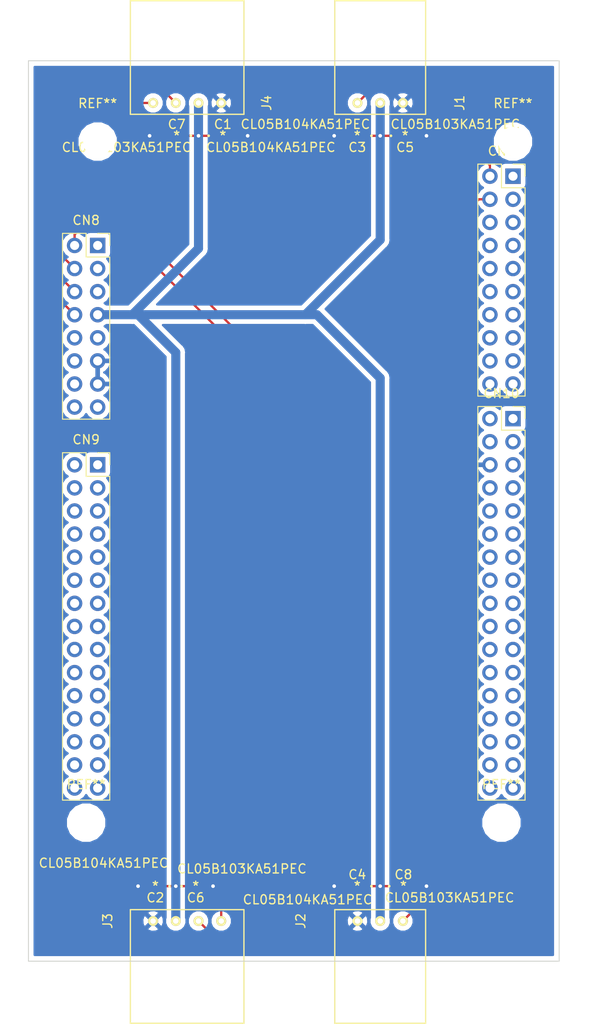
<source format=kicad_pcb>
(kicad_pcb (version 20171130) (host pcbnew 5.0.2-bee76a0~70~ubuntu16.04.1)

  (general
    (thickness 1.6)
    (drawings 4)
    (tracks 75)
    (zones 0)
    (modules 20)
    (nets 99)
  )

  (page A)
  (layers
    (0 F.Cu signal)
    (31 B.Cu signal)
    (32 B.Adhes user)
    (33 F.Adhes user)
    (34 B.Paste user)
    (35 F.Paste user)
    (36 B.SilkS user)
    (37 F.SilkS user)
    (38 B.Mask user)
    (39 F.Mask user)
    (40 Dwgs.User user)
    (41 Cmts.User user)
    (42 Eco1.User user)
    (43 Eco2.User user)
    (44 Edge.Cuts user)
    (45 Margin user)
    (46 B.CrtYd user)
    (47 F.CrtYd user)
    (48 B.Fab user)
    (49 F.Fab user)
  )

  (setup
    (last_trace_width 0.25)
    (user_trace_width 0.5)
    (user_trace_width 1)
    (user_trace_width 2)
    (trace_clearance 0.2)
    (zone_clearance 0.508)
    (zone_45_only no)
    (trace_min 0.2)
    (segment_width 0.2)
    (edge_width 0.1)
    (via_size 0.8)
    (via_drill 0.4)
    (via_min_size 0.4)
    (via_min_drill 0.3)
    (uvia_size 0.3)
    (uvia_drill 0.1)
    (uvias_allowed no)
    (uvia_min_size 0.2)
    (uvia_min_drill 0.1)
    (pcb_text_width 0.3)
    (pcb_text_size 1.5 1.5)
    (mod_edge_width 0.15)
    (mod_text_size 1 1)
    (mod_text_width 0.15)
    (pad_size 0.85 0.85)
    (pad_drill 0.5)
    (pad_to_mask_clearance 0)
    (solder_mask_min_width 0.25)
    (aux_axis_origin 0 0)
    (visible_elements FFFFFF7F)
    (pcbplotparams
      (layerselection 0x010fc_ffffffff)
      (usegerberextensions false)
      (usegerberattributes false)
      (usegerberadvancedattributes false)
      (creategerberjobfile false)
      (excludeedgelayer true)
      (linewidth 0.100000)
      (plotframeref true)
      (viasonmask false)
      (mode 1)
      (useauxorigin false)
      (hpglpennumber 1)
      (hpglpenspeed 20)
      (hpglpendiameter 15.000000)
      (psnegative false)
      (psa4output false)
      (plotreference true)
      (plotvalue true)
      (plotinvisibletext false)
      (padsonsilk false)
      (subtractmaskfromsilk false)
      (outputformat 1)
      (mirror false)
      (drillshape 0)
      (scaleselection 1)
      (outputdirectory "gerbers/v1Gerbers/"))
  )

  (net 0 "")
  (net 1 "Net-(CN7-Pad2)")
  (net 2 "Net-(CN7-Pad4)")
  (net 3 "Net-(CN8-Pad2)")
  (net 4 "Net-(CN8-Pad4)")
  (net 5 "Net-(CN8-Pad6)")
  (net 6 "Net-(CN8-Pad8)")
  (net 7 5V)
  (net 8 GND)
  (net 9 "Net-(CN7-Pad1)")
  (net 10 "Net-(CN7-Pad3)")
  (net 11 "Net-(CN7-Pad5)")
  (net 12 "Net-(CN7-Pad6)")
  (net 13 "Net-(CN7-Pad7)")
  (net 14 "Net-(CN7-Pad8)")
  (net 15 "Net-(CN7-Pad9)")
  (net 16 "Net-(CN7-Pad10)")
  (net 17 "Net-(CN7-Pad11)")
  (net 18 "Net-(CN7-Pad12)")
  (net 19 "Net-(CN7-Pad13)")
  (net 20 "Net-(CN7-Pad14)")
  (net 21 "Net-(CN7-Pad15)")
  (net 22 "Net-(CN7-Pad16)")
  (net 23 "Net-(CN7-Pad17)")
  (net 24 "Net-(CN7-Pad18)")
  (net 25 "Net-(CN7-Pad19)")
  (net 26 "Net-(CN7-Pad20)")
  (net 27 "Net-(CN8-Pad1)")
  (net 28 "Net-(CN8-Pad3)")
  (net 29 "Net-(CN8-Pad5)")
  (net 30 3.3V)
  (net 31 "Net-(CN8-Pad10)")
  (net 32 "Net-(CN8-Pad12)")
  (net 33 "Net-(CN8-Pad14)")
  (net 34 "Net-(CN8-Pad15)")
  (net 35 "Net-(CN8-Pad16)")
  (net 36 "Net-(CN9-Pad1)")
  (net 37 "Net-(CN9-Pad2)")
  (net 38 "Net-(CN9-Pad3)")
  (net 39 "Net-(CN9-Pad4)")
  (net 40 "Net-(CN9-Pad5)")
  (net 41 "Net-(CN9-Pad6)")
  (net 42 "Net-(CN9-Pad7)")
  (net 43 "Net-(CN9-Pad8)")
  (net 44 "Net-(CN9-Pad9)")
  (net 45 "Net-(CN9-Pad10)")
  (net 46 "Net-(CN9-Pad11)")
  (net 47 "Net-(CN9-Pad12)")
  (net 48 "Net-(CN9-Pad13)")
  (net 49 "Net-(CN9-Pad14)")
  (net 50 "Net-(CN9-Pad15)")
  (net 51 "Net-(CN9-Pad16)")
  (net 52 "Net-(CN9-Pad17)")
  (net 53 "Net-(CN9-Pad18)")
  (net 54 "Net-(CN9-Pad19)")
  (net 55 "Net-(CN9-Pad20)")
  (net 56 "Net-(CN9-Pad21)")
  (net 57 "Net-(CN9-Pad22)")
  (net 58 "Net-(CN9-Pad23)")
  (net 59 "Net-(CN9-Pad24)")
  (net 60 "Net-(CN9-Pad25)")
  (net 61 "Net-(CN9-Pad26)")
  (net 62 "Net-(CN9-Pad27)")
  (net 63 "Net-(CN9-Pad28)")
  (net 64 "Net-(CN9-Pad29)")
  (net 65 "Net-(CN9-Pad30)")
  (net 66 "Net-(CN10-Pad1)")
  (net 67 "Net-(CN10-Pad2)")
  (net 68 "Net-(CN10-Pad3)")
  (net 69 "Net-(CN10-Pad4)")
  (net 70 "Net-(CN10-Pad5)")
  (net 71 "Net-(CN10-Pad7)")
  (net 72 "Net-(CN10-Pad8)")
  (net 73 "Net-(CN10-Pad9)")
  (net 74 "Net-(CN10-Pad10)")
  (net 75 "Net-(CN10-Pad11)")
  (net 76 "Net-(CN10-Pad12)")
  (net 77 "Net-(CN10-Pad13)")
  (net 78 "Net-(CN10-Pad14)")
  (net 79 "Net-(CN10-Pad15)")
  (net 80 "Net-(CN10-Pad16)")
  (net 81 "Net-(CN10-Pad17)")
  (net 82 "Net-(CN10-Pad18)")
  (net 83 "Net-(CN10-Pad19)")
  (net 84 "Net-(CN10-Pad20)")
  (net 85 "Net-(CN10-Pad21)")
  (net 86 "Net-(CN10-Pad22)")
  (net 87 "Net-(CN10-Pad23)")
  (net 88 "Net-(CN10-Pad24)")
  (net 89 "Net-(CN10-Pad25)")
  (net 90 "Net-(CN10-Pad26)")
  (net 91 "Net-(CN10-Pad27)")
  (net 92 "Net-(CN10-Pad28)")
  (net 93 "Net-(CN10-Pad29)")
  (net 94 "Net-(CN10-Pad30)")
  (net 95 "Net-(CN10-Pad31)")
  (net 96 "Net-(CN10-Pad32)")
  (net 97 "Net-(CN10-Pad33)")
  (net 98 "Net-(CN10-Pad34)")

  (net_class Default "This is the default net class."
    (clearance 0.2)
    (trace_width 0.25)
    (via_dia 0.8)
    (via_drill 0.4)
    (uvia_dia 0.3)
    (uvia_drill 0.1)
    (add_net 3.3V)
    (add_net 5V)
    (add_net GND)
    (add_net "Net-(CN10-Pad1)")
    (add_net "Net-(CN10-Pad10)")
    (add_net "Net-(CN10-Pad11)")
    (add_net "Net-(CN10-Pad12)")
    (add_net "Net-(CN10-Pad13)")
    (add_net "Net-(CN10-Pad14)")
    (add_net "Net-(CN10-Pad15)")
    (add_net "Net-(CN10-Pad16)")
    (add_net "Net-(CN10-Pad17)")
    (add_net "Net-(CN10-Pad18)")
    (add_net "Net-(CN10-Pad19)")
    (add_net "Net-(CN10-Pad2)")
    (add_net "Net-(CN10-Pad20)")
    (add_net "Net-(CN10-Pad21)")
    (add_net "Net-(CN10-Pad22)")
    (add_net "Net-(CN10-Pad23)")
    (add_net "Net-(CN10-Pad24)")
    (add_net "Net-(CN10-Pad25)")
    (add_net "Net-(CN10-Pad26)")
    (add_net "Net-(CN10-Pad27)")
    (add_net "Net-(CN10-Pad28)")
    (add_net "Net-(CN10-Pad29)")
    (add_net "Net-(CN10-Pad3)")
    (add_net "Net-(CN10-Pad30)")
    (add_net "Net-(CN10-Pad31)")
    (add_net "Net-(CN10-Pad32)")
    (add_net "Net-(CN10-Pad33)")
    (add_net "Net-(CN10-Pad34)")
    (add_net "Net-(CN10-Pad4)")
    (add_net "Net-(CN10-Pad5)")
    (add_net "Net-(CN10-Pad7)")
    (add_net "Net-(CN10-Pad8)")
    (add_net "Net-(CN10-Pad9)")
    (add_net "Net-(CN7-Pad1)")
    (add_net "Net-(CN7-Pad10)")
    (add_net "Net-(CN7-Pad11)")
    (add_net "Net-(CN7-Pad12)")
    (add_net "Net-(CN7-Pad13)")
    (add_net "Net-(CN7-Pad14)")
    (add_net "Net-(CN7-Pad15)")
    (add_net "Net-(CN7-Pad16)")
    (add_net "Net-(CN7-Pad17)")
    (add_net "Net-(CN7-Pad18)")
    (add_net "Net-(CN7-Pad19)")
    (add_net "Net-(CN7-Pad2)")
    (add_net "Net-(CN7-Pad20)")
    (add_net "Net-(CN7-Pad3)")
    (add_net "Net-(CN7-Pad4)")
    (add_net "Net-(CN7-Pad5)")
    (add_net "Net-(CN7-Pad6)")
    (add_net "Net-(CN7-Pad7)")
    (add_net "Net-(CN7-Pad8)")
    (add_net "Net-(CN7-Pad9)")
    (add_net "Net-(CN8-Pad1)")
    (add_net "Net-(CN8-Pad10)")
    (add_net "Net-(CN8-Pad12)")
    (add_net "Net-(CN8-Pad14)")
    (add_net "Net-(CN8-Pad15)")
    (add_net "Net-(CN8-Pad16)")
    (add_net "Net-(CN8-Pad2)")
    (add_net "Net-(CN8-Pad3)")
    (add_net "Net-(CN8-Pad4)")
    (add_net "Net-(CN8-Pad5)")
    (add_net "Net-(CN8-Pad6)")
    (add_net "Net-(CN8-Pad8)")
    (add_net "Net-(CN9-Pad1)")
    (add_net "Net-(CN9-Pad10)")
    (add_net "Net-(CN9-Pad11)")
    (add_net "Net-(CN9-Pad12)")
    (add_net "Net-(CN9-Pad13)")
    (add_net "Net-(CN9-Pad14)")
    (add_net "Net-(CN9-Pad15)")
    (add_net "Net-(CN9-Pad16)")
    (add_net "Net-(CN9-Pad17)")
    (add_net "Net-(CN9-Pad18)")
    (add_net "Net-(CN9-Pad19)")
    (add_net "Net-(CN9-Pad2)")
    (add_net "Net-(CN9-Pad20)")
    (add_net "Net-(CN9-Pad21)")
    (add_net "Net-(CN9-Pad22)")
    (add_net "Net-(CN9-Pad23)")
    (add_net "Net-(CN9-Pad24)")
    (add_net "Net-(CN9-Pad25)")
    (add_net "Net-(CN9-Pad26)")
    (add_net "Net-(CN9-Pad27)")
    (add_net "Net-(CN9-Pad28)")
    (add_net "Net-(CN9-Pad29)")
    (add_net "Net-(CN9-Pad3)")
    (add_net "Net-(CN9-Pad30)")
    (add_net "Net-(CN9-Pad4)")
    (add_net "Net-(CN9-Pad5)")
    (add_net "Net-(CN9-Pad6)")
    (add_net "Net-(CN9-Pad7)")
    (add_net "Net-(CN9-Pad8)")
    (add_net "Net-(CN9-Pad9)")
  )

  (module CL05B103KA51PEC (layer F.Cu) (tedit 0) (tstamp 5C532AF5)
    (at 122.7455 31.115)
    (path /5C473070)
    (fp_text reference C5 (at 0 1.27) (layer F.SilkS)
      (effects (font (size 1 1) (thickness 0.15)))
    )
    (fp_text value CL05B103KA51PEC (at 5.5245 -1.27) (layer F.SilkS)
      (effects (font (size 1 1) (thickness 0.15)))
    )
    (fp_text user "Copyright 2016 Accelerated Designs. All rights reserved." (at 0 0) (layer Cmts.User)
      (effects (font (size 0.127 0.127) (thickness 0.002)))
    )
    (fp_text user * (at 0 0) (layer F.SilkS)
      (effects (font (size 1 1) (thickness 0.15)))
    )
    (fp_text user * (at 0 0) (layer F.Fab)
      (effects (font (size 1 1) (thickness 0.15)))
    )
    (fp_line (start -0.1651 0.2794) (end -0.1651 -0.2794) (layer F.Fab) (width 0.1524))
    (fp_line (start -0.1651 -0.2794) (end -0.5207 -0.2794) (layer F.Fab) (width 0.1524))
    (fp_line (start -0.5207 -0.2794) (end -0.5207 0.2794) (layer F.Fab) (width 0.1524))
    (fp_line (start -0.5207 0.2794) (end -0.1651 0.2794) (layer F.Fab) (width 0.1524))
    (fp_line (start 0.1651 -0.2794) (end 0.1651 0.2794) (layer F.Fab) (width 0.1524))
    (fp_line (start 0.1651 0.2794) (end 0.5207 0.2794) (layer F.Fab) (width 0.1524))
    (fp_line (start 0.5207 0.2794) (end 0.5207 -0.2794) (layer F.Fab) (width 0.1524))
    (fp_line (start 0.5207 -0.2794) (end 0.1651 -0.2794) (layer F.Fab) (width 0.1524))
    (fp_line (start -0.5207 0.2794) (end 0.5207 0.2794) (layer F.Fab) (width 0.1524))
    (fp_line (start 0.5207 0.2794) (end 0.5207 -0.2794) (layer F.Fab) (width 0.1524))
    (fp_line (start 0.5207 -0.2794) (end -0.5207 -0.2794) (layer F.Fab) (width 0.1524))
    (fp_line (start -0.5207 -0.2794) (end -0.5207 0.2794) (layer F.Fab) (width 0.1524))
    (fp_line (start -0.9779 0.5334) (end -0.9779 -0.5334) (layer F.CrtYd) (width 0.1524))
    (fp_line (start -0.9779 -0.5334) (end 0.9779 -0.5334) (layer F.CrtYd) (width 0.1524))
    (fp_line (start 0.9779 -0.5334) (end 0.9779 0.5334) (layer F.CrtYd) (width 0.1524))
    (fp_line (start 0.9779 0.5334) (end -0.9779 0.5334) (layer F.CrtYd) (width 0.1524))
    (fp_circle (center -0.3175 0) (end -0.2413 0) (layer F.Fab) (width 0.1524))
    (fp_circle (center -1.5621 0) (end -1.4859 0) (layer F.SilkS) (width 0.1524))
    (pad 1 smd rect (at -0.4445 0) (size 0.5588 0.5588) (layers F.Cu F.Paste F.Mask)
      (net 30 3.3V))
    (pad 2 smd rect (at 0.4445 0) (size 0.5588 0.5588) (layers F.Cu F.Paste F.Mask)
      (net 8 GND))
  )

  (module CL05B103KA51PEC (layer F.Cu) (tedit 0) (tstamp 5C532B10)
    (at 99.695 113.665)
    (path /5C473160)
    (fp_text reference C6 (at 0 1.27) (layer F.SilkS)
      (effects (font (size 1 1) (thickness 0.15)))
    )
    (fp_text value CL05B103KA51PEC (at 5.08 -1.905) (layer F.SilkS)
      (effects (font (size 1 1) (thickness 0.15)))
    )
    (fp_circle (center -1.5621 0) (end -1.4859 0) (layer F.SilkS) (width 0.1524))
    (fp_circle (center -0.3175 0) (end -0.2413 0) (layer F.Fab) (width 0.1524))
    (fp_line (start 0.9779 0.5334) (end -0.9779 0.5334) (layer F.CrtYd) (width 0.1524))
    (fp_line (start 0.9779 -0.5334) (end 0.9779 0.5334) (layer F.CrtYd) (width 0.1524))
    (fp_line (start -0.9779 -0.5334) (end 0.9779 -0.5334) (layer F.CrtYd) (width 0.1524))
    (fp_line (start -0.9779 0.5334) (end -0.9779 -0.5334) (layer F.CrtYd) (width 0.1524))
    (fp_line (start -0.5207 -0.2794) (end -0.5207 0.2794) (layer F.Fab) (width 0.1524))
    (fp_line (start 0.5207 -0.2794) (end -0.5207 -0.2794) (layer F.Fab) (width 0.1524))
    (fp_line (start 0.5207 0.2794) (end 0.5207 -0.2794) (layer F.Fab) (width 0.1524))
    (fp_line (start -0.5207 0.2794) (end 0.5207 0.2794) (layer F.Fab) (width 0.1524))
    (fp_line (start 0.5207 -0.2794) (end 0.1651 -0.2794) (layer F.Fab) (width 0.1524))
    (fp_line (start 0.5207 0.2794) (end 0.5207 -0.2794) (layer F.Fab) (width 0.1524))
    (fp_line (start 0.1651 0.2794) (end 0.5207 0.2794) (layer F.Fab) (width 0.1524))
    (fp_line (start 0.1651 -0.2794) (end 0.1651 0.2794) (layer F.Fab) (width 0.1524))
    (fp_line (start -0.5207 0.2794) (end -0.1651 0.2794) (layer F.Fab) (width 0.1524))
    (fp_line (start -0.5207 -0.2794) (end -0.5207 0.2794) (layer F.Fab) (width 0.1524))
    (fp_line (start -0.1651 -0.2794) (end -0.5207 -0.2794) (layer F.Fab) (width 0.1524))
    (fp_line (start -0.1651 0.2794) (end -0.1651 -0.2794) (layer F.Fab) (width 0.1524))
    (fp_text user * (at 0 0) (layer F.Fab)
      (effects (font (size 1 1) (thickness 0.15)))
    )
    (fp_text user * (at 0 0) (layer F.SilkS)
      (effects (font (size 1 1) (thickness 0.15)))
    )
    (fp_text user "Copyright 2016 Accelerated Designs. All rights reserved." (at 0 0) (layer Cmts.User)
      (effects (font (size 0.127 0.127) (thickness 0.002)))
    )
    (pad 2 smd rect (at 0.4445 0) (size 0.5588 0.5588) (layers F.Cu F.Paste F.Mask)
      (net 8 GND))
    (pad 1 smd rect (at -0.4445 0) (size 0.5588 0.5588) (layers F.Cu F.Paste F.Mask)
      (net 30 3.3V))
  )

  (module CL05B103KA51PEC (layer F.Cu) (tedit 0) (tstamp 5C532B2B)
    (at 97.5995 31.115 180)
    (path /5C473DA9)
    (fp_text reference C7 (at 0 1.27 180) (layer F.SilkS)
      (effects (font (size 1 1) (thickness 0.15)))
    )
    (fp_text value CL05B103KA51PEC (at 5.5245 -1.27 180) (layer F.SilkS)
      (effects (font (size 1 1) (thickness 0.15)))
    )
    (fp_text user "Copyright 2016 Accelerated Designs. All rights reserved." (at 0 0 180) (layer Cmts.User)
      (effects (font (size 0.127 0.127) (thickness 0.002)))
    )
    (fp_text user * (at 0 0 180) (layer F.SilkS)
      (effects (font (size 1 1) (thickness 0.15)))
    )
    (fp_text user * (at 0 0 180) (layer F.Fab)
      (effects (font (size 1 1) (thickness 0.15)))
    )
    (fp_line (start -0.1651 0.2794) (end -0.1651 -0.2794) (layer F.Fab) (width 0.1524))
    (fp_line (start -0.1651 -0.2794) (end -0.5207 -0.2794) (layer F.Fab) (width 0.1524))
    (fp_line (start -0.5207 -0.2794) (end -0.5207 0.2794) (layer F.Fab) (width 0.1524))
    (fp_line (start -0.5207 0.2794) (end -0.1651 0.2794) (layer F.Fab) (width 0.1524))
    (fp_line (start 0.1651 -0.2794) (end 0.1651 0.2794) (layer F.Fab) (width 0.1524))
    (fp_line (start 0.1651 0.2794) (end 0.5207 0.2794) (layer F.Fab) (width 0.1524))
    (fp_line (start 0.5207 0.2794) (end 0.5207 -0.2794) (layer F.Fab) (width 0.1524))
    (fp_line (start 0.5207 -0.2794) (end 0.1651 -0.2794) (layer F.Fab) (width 0.1524))
    (fp_line (start -0.5207 0.2794) (end 0.5207 0.2794) (layer F.Fab) (width 0.1524))
    (fp_line (start 0.5207 0.2794) (end 0.5207 -0.2794) (layer F.Fab) (width 0.1524))
    (fp_line (start 0.5207 -0.2794) (end -0.5207 -0.2794) (layer F.Fab) (width 0.1524))
    (fp_line (start -0.5207 -0.2794) (end -0.5207 0.2794) (layer F.Fab) (width 0.1524))
    (fp_line (start -0.9779 0.5334) (end -0.9779 -0.5334) (layer F.CrtYd) (width 0.1524))
    (fp_line (start -0.9779 -0.5334) (end 0.9779 -0.5334) (layer F.CrtYd) (width 0.1524))
    (fp_line (start 0.9779 -0.5334) (end 0.9779 0.5334) (layer F.CrtYd) (width 0.1524))
    (fp_line (start 0.9779 0.5334) (end -0.9779 0.5334) (layer F.CrtYd) (width 0.1524))
    (fp_circle (center -0.3175 0) (end -0.2413 0) (layer F.Fab) (width 0.1524))
    (fp_circle (center -1.5621 0) (end -1.4859 0) (layer F.SilkS) (width 0.1524))
    (pad 1 smd rect (at -0.4445 0 180) (size 0.5588 0.5588) (layers F.Cu F.Paste F.Mask)
      (net 30 3.3V))
    (pad 2 smd rect (at 0.4445 0 180) (size 0.5588 0.5588) (layers F.Cu F.Paste F.Mask)
      (net 8 GND))
  )

  (module CL05B103KA51PEC (layer F.Cu) (tedit 0) (tstamp 5C532B46)
    (at 122.555 113.665)
    (path /5C473E58)
    (fp_text reference C8 (at 0 -1.27) (layer F.SilkS)
      (effects (font (size 1 1) (thickness 0.15)))
    )
    (fp_text value CL05B103KA51PEC (at 5.08 1.27) (layer F.SilkS)
      (effects (font (size 1 1) (thickness 0.15)))
    )
    (fp_circle (center -1.5621 0) (end -1.4859 0) (layer F.SilkS) (width 0.1524))
    (fp_circle (center -0.3175 0) (end -0.2413 0) (layer F.Fab) (width 0.1524))
    (fp_line (start 0.9779 0.5334) (end -0.9779 0.5334) (layer F.CrtYd) (width 0.1524))
    (fp_line (start 0.9779 -0.5334) (end 0.9779 0.5334) (layer F.CrtYd) (width 0.1524))
    (fp_line (start -0.9779 -0.5334) (end 0.9779 -0.5334) (layer F.CrtYd) (width 0.1524))
    (fp_line (start -0.9779 0.5334) (end -0.9779 -0.5334) (layer F.CrtYd) (width 0.1524))
    (fp_line (start -0.5207 -0.2794) (end -0.5207 0.2794) (layer F.Fab) (width 0.1524))
    (fp_line (start 0.5207 -0.2794) (end -0.5207 -0.2794) (layer F.Fab) (width 0.1524))
    (fp_line (start 0.5207 0.2794) (end 0.5207 -0.2794) (layer F.Fab) (width 0.1524))
    (fp_line (start -0.5207 0.2794) (end 0.5207 0.2794) (layer F.Fab) (width 0.1524))
    (fp_line (start 0.5207 -0.2794) (end 0.1651 -0.2794) (layer F.Fab) (width 0.1524))
    (fp_line (start 0.5207 0.2794) (end 0.5207 -0.2794) (layer F.Fab) (width 0.1524))
    (fp_line (start 0.1651 0.2794) (end 0.5207 0.2794) (layer F.Fab) (width 0.1524))
    (fp_line (start 0.1651 -0.2794) (end 0.1651 0.2794) (layer F.Fab) (width 0.1524))
    (fp_line (start -0.5207 0.2794) (end -0.1651 0.2794) (layer F.Fab) (width 0.1524))
    (fp_line (start -0.5207 -0.2794) (end -0.5207 0.2794) (layer F.Fab) (width 0.1524))
    (fp_line (start -0.1651 -0.2794) (end -0.5207 -0.2794) (layer F.Fab) (width 0.1524))
    (fp_line (start -0.1651 0.2794) (end -0.1651 -0.2794) (layer F.Fab) (width 0.1524))
    (fp_text user * (at 0 0) (layer F.Fab)
      (effects (font (size 1 1) (thickness 0.15)))
    )
    (fp_text user * (at 0 0) (layer F.SilkS)
      (effects (font (size 1 1) (thickness 0.15)))
    )
    (fp_text user "Copyright 2016 Accelerated Designs. All rights reserved." (at 0 0) (layer Cmts.User)
      (effects (font (size 0.127 0.127) (thickness 0.002)))
    )
    (pad 2 smd rect (at 0.4445 0) (size 0.5588 0.5588) (layers F.Cu F.Paste F.Mask)
      (net 8 GND))
    (pad 1 smd rect (at -0.4445 0) (size 0.5588 0.5588) (layers F.Cu F.Paste F.Mask)
      (net 30 3.3V))
  )

  (module CL05B104KA51PEC (layer F.Cu) (tedit 0) (tstamp 5C52DF1A)
    (at 102.6795 31.115)
    (path /5C4705DA)
    (fp_text reference C1 (at 0 -1.27) (layer F.SilkS)
      (effects (font (size 1 1) (thickness 0.15)))
    )
    (fp_text value CL05B104KA51PEC (at 5.2705 1.27) (layer F.SilkS)
      (effects (font (size 1 1) (thickness 0.15)))
    )
    (fp_text user "Copyright 2016 Accelerated Designs. All rights reserved." (at 0 0) (layer Cmts.User)
      (effects (font (size 0.127 0.127) (thickness 0.002)))
    )
    (fp_text user * (at 0 0) (layer F.SilkS)
      (effects (font (size 1 1) (thickness 0.15)))
    )
    (fp_text user * (at 0 0) (layer F.Fab)
      (effects (font (size 1 1) (thickness 0.15)))
    )
    (fp_line (start -0.1651 0.2794) (end -0.1651 -0.2794) (layer F.Fab) (width 0.1524))
    (fp_line (start -0.1651 -0.2794) (end -0.5207 -0.2794) (layer F.Fab) (width 0.1524))
    (fp_line (start -0.5207 -0.2794) (end -0.5207 0.2794) (layer F.Fab) (width 0.1524))
    (fp_line (start -0.5207 0.2794) (end -0.1651 0.2794) (layer F.Fab) (width 0.1524))
    (fp_line (start 0.1651 -0.2794) (end 0.1651 0.2794) (layer F.Fab) (width 0.1524))
    (fp_line (start 0.1651 0.2794) (end 0.5207 0.2794) (layer F.Fab) (width 0.1524))
    (fp_line (start 0.5207 0.2794) (end 0.5207 -0.2794) (layer F.Fab) (width 0.1524))
    (fp_line (start 0.5207 -0.2794) (end 0.1651 -0.2794) (layer F.Fab) (width 0.1524))
    (fp_line (start -0.5207 0.2794) (end 0.5207 0.2794) (layer F.Fab) (width 0.1524))
    (fp_line (start 0.5207 0.2794) (end 0.5207 -0.2794) (layer F.Fab) (width 0.1524))
    (fp_line (start 0.5207 -0.2794) (end -0.5207 -0.2794) (layer F.Fab) (width 0.1524))
    (fp_line (start -0.5207 -0.2794) (end -0.5207 0.2794) (layer F.Fab) (width 0.1524))
    (fp_line (start -0.9779 0.5334) (end -0.9779 -0.5334) (layer F.CrtYd) (width 0.1524))
    (fp_line (start -0.9779 -0.5334) (end 0.9779 -0.5334) (layer F.CrtYd) (width 0.1524))
    (fp_line (start 0.9779 -0.5334) (end 0.9779 0.5334) (layer F.CrtYd) (width 0.1524))
    (fp_line (start 0.9779 0.5334) (end -0.9779 0.5334) (layer F.CrtYd) (width 0.1524))
    (fp_circle (center -0.3175 0) (end -0.2413 0) (layer F.Fab) (width 0.1524))
    (fp_circle (center -1.5621 0) (end -1.4859 0) (layer F.SilkS) (width 0.1524))
    (pad 1 smd rect (at -0.4445 0) (size 0.5588 0.5588) (layers F.Cu F.Paste F.Mask)
      (net 30 3.3V))
    (pad 2 smd rect (at 0.4445 0) (size 0.5588 0.5588) (layers F.Cu F.Paste F.Mask)
      (net 8 GND))
  )

  (module CL05B104KA51PEC (layer F.Cu) (tedit 0) (tstamp 5C532AA4)
    (at 95.25 113.665 180)
    (path /5C470A7F)
    (fp_text reference C2 (at 0 -1.27 180) (layer F.SilkS)
      (effects (font (size 1 1) (thickness 0.15)))
    )
    (fp_text value CL05B104KA51PEC (at 5.715 2.54 180) (layer F.SilkS)
      (effects (font (size 1 1) (thickness 0.15)))
    )
    (fp_text user "Copyright 2016 Accelerated Designs. All rights reserved." (at 0 0 180) (layer Cmts.User)
      (effects (font (size 0.127 0.127) (thickness 0.002)))
    )
    (fp_text user * (at 0 0 180) (layer F.SilkS)
      (effects (font (size 1 1) (thickness 0.15)))
    )
    (fp_text user * (at 0 0 180) (layer F.Fab)
      (effects (font (size 1 1) (thickness 0.15)))
    )
    (fp_line (start -0.1651 0.2794) (end -0.1651 -0.2794) (layer F.Fab) (width 0.1524))
    (fp_line (start -0.1651 -0.2794) (end -0.5207 -0.2794) (layer F.Fab) (width 0.1524))
    (fp_line (start -0.5207 -0.2794) (end -0.5207 0.2794) (layer F.Fab) (width 0.1524))
    (fp_line (start -0.5207 0.2794) (end -0.1651 0.2794) (layer F.Fab) (width 0.1524))
    (fp_line (start 0.1651 -0.2794) (end 0.1651 0.2794) (layer F.Fab) (width 0.1524))
    (fp_line (start 0.1651 0.2794) (end 0.5207 0.2794) (layer F.Fab) (width 0.1524))
    (fp_line (start 0.5207 0.2794) (end 0.5207 -0.2794) (layer F.Fab) (width 0.1524))
    (fp_line (start 0.5207 -0.2794) (end 0.1651 -0.2794) (layer F.Fab) (width 0.1524))
    (fp_line (start -0.5207 0.2794) (end 0.5207 0.2794) (layer F.Fab) (width 0.1524))
    (fp_line (start 0.5207 0.2794) (end 0.5207 -0.2794) (layer F.Fab) (width 0.1524))
    (fp_line (start 0.5207 -0.2794) (end -0.5207 -0.2794) (layer F.Fab) (width 0.1524))
    (fp_line (start -0.5207 -0.2794) (end -0.5207 0.2794) (layer F.Fab) (width 0.1524))
    (fp_line (start -0.9779 0.5334) (end -0.9779 -0.5334) (layer F.CrtYd) (width 0.1524))
    (fp_line (start -0.9779 -0.5334) (end 0.9779 -0.5334) (layer F.CrtYd) (width 0.1524))
    (fp_line (start 0.9779 -0.5334) (end 0.9779 0.5334) (layer F.CrtYd) (width 0.1524))
    (fp_line (start 0.9779 0.5334) (end -0.9779 0.5334) (layer F.CrtYd) (width 0.1524))
    (fp_circle (center -0.3175 0) (end -0.2413 0) (layer F.Fab) (width 0.1524))
    (fp_circle (center -1.5621 0) (end -1.4859 0) (layer F.SilkS) (width 0.1524))
    (pad 1 smd rect (at -0.4445 0 180) (size 0.5588 0.5588) (layers F.Cu F.Paste F.Mask)
      (net 30 3.3V))
    (pad 2 smd rect (at 0.4445 0 180) (size 0.5588 0.5588) (layers F.Cu F.Paste F.Mask)
      (net 8 GND))
  )

  (module CL05B104KA51PEC (layer F.Cu) (tedit 0) (tstamp 5C532ABF)
    (at 117.475 31.115 180)
    (path /5C471196)
    (fp_text reference C3 (at 0 -1.27 180) (layer F.SilkS)
      (effects (font (size 1 1) (thickness 0.15)))
    )
    (fp_text value CL05B104KA51PEC (at 5.715 1.27 180) (layer F.SilkS)
      (effects (font (size 1 1) (thickness 0.15)))
    )
    (fp_circle (center -1.5621 0) (end -1.4859 0) (layer F.SilkS) (width 0.1524))
    (fp_circle (center -0.3175 0) (end -0.2413 0) (layer F.Fab) (width 0.1524))
    (fp_line (start 0.9779 0.5334) (end -0.9779 0.5334) (layer F.CrtYd) (width 0.1524))
    (fp_line (start 0.9779 -0.5334) (end 0.9779 0.5334) (layer F.CrtYd) (width 0.1524))
    (fp_line (start -0.9779 -0.5334) (end 0.9779 -0.5334) (layer F.CrtYd) (width 0.1524))
    (fp_line (start -0.9779 0.5334) (end -0.9779 -0.5334) (layer F.CrtYd) (width 0.1524))
    (fp_line (start -0.5207 -0.2794) (end -0.5207 0.2794) (layer F.Fab) (width 0.1524))
    (fp_line (start 0.5207 -0.2794) (end -0.5207 -0.2794) (layer F.Fab) (width 0.1524))
    (fp_line (start 0.5207 0.2794) (end 0.5207 -0.2794) (layer F.Fab) (width 0.1524))
    (fp_line (start -0.5207 0.2794) (end 0.5207 0.2794) (layer F.Fab) (width 0.1524))
    (fp_line (start 0.5207 -0.2794) (end 0.1651 -0.2794) (layer F.Fab) (width 0.1524))
    (fp_line (start 0.5207 0.2794) (end 0.5207 -0.2794) (layer F.Fab) (width 0.1524))
    (fp_line (start 0.1651 0.2794) (end 0.5207 0.2794) (layer F.Fab) (width 0.1524))
    (fp_line (start 0.1651 -0.2794) (end 0.1651 0.2794) (layer F.Fab) (width 0.1524))
    (fp_line (start -0.5207 0.2794) (end -0.1651 0.2794) (layer F.Fab) (width 0.1524))
    (fp_line (start -0.5207 -0.2794) (end -0.5207 0.2794) (layer F.Fab) (width 0.1524))
    (fp_line (start -0.1651 -0.2794) (end -0.5207 -0.2794) (layer F.Fab) (width 0.1524))
    (fp_line (start -0.1651 0.2794) (end -0.1651 -0.2794) (layer F.Fab) (width 0.1524))
    (fp_text user * (at 0 0 180) (layer F.Fab)
      (effects (font (size 1 1) (thickness 0.15)))
    )
    (fp_text user * (at 0 0 180) (layer F.SilkS)
      (effects (font (size 1 1) (thickness 0.15)))
    )
    (fp_text user "Copyright 2016 Accelerated Designs. All rights reserved." (at 0 0 180) (layer Cmts.User)
      (effects (font (size 0.127 0.127) (thickness 0.002)))
    )
    (pad 2 smd rect (at 0.4445 0 180) (size 0.5588 0.5588) (layers F.Cu F.Paste F.Mask)
      (net 8 GND))
    (pad 1 smd rect (at -0.4445 0 180) (size 0.5588 0.5588) (layers F.Cu F.Paste F.Mask)
      (net 30 3.3V))
  )

  (module CL05B104KA51PEC (layer F.Cu) (tedit 5C5FA6FE) (tstamp 5C532ADA)
    (at 117.475 113.665 180)
    (path /5C4719CD)
    (fp_text reference C4 (at 0 1.27 180) (layer F.SilkS)
      (effects (font (size 1 1) (thickness 0.15)))
    )
    (fp_text value CL05B104KA51PEC (at 5.475 -1.485 180) (layer F.SilkS)
      (effects (font (size 1 1) (thickness 0.15)))
    )
    (fp_text user "Copyright 2016 Accelerated Designs. All rights reserved." (at 0 0 180) (layer Cmts.User)
      (effects (font (size 0.127 0.127) (thickness 0.002)))
    )
    (fp_text user * (at 0 0 180) (layer F.SilkS)
      (effects (font (size 1 1) (thickness 0.15)))
    )
    (fp_text user * (at 0 0 180) (layer F.Fab)
      (effects (font (size 1 1) (thickness 0.15)))
    )
    (fp_line (start -0.1651 0.2794) (end -0.1651 -0.2794) (layer F.Fab) (width 0.1524))
    (fp_line (start -0.1651 -0.2794) (end -0.5207 -0.2794) (layer F.Fab) (width 0.1524))
    (fp_line (start -0.5207 -0.2794) (end -0.5207 0.2794) (layer F.Fab) (width 0.1524))
    (fp_line (start -0.5207 0.2794) (end -0.1651 0.2794) (layer F.Fab) (width 0.1524))
    (fp_line (start 0.1651 -0.2794) (end 0.1651 0.2794) (layer F.Fab) (width 0.1524))
    (fp_line (start 0.1651 0.2794) (end 0.5207 0.2794) (layer F.Fab) (width 0.1524))
    (fp_line (start 0.5207 0.2794) (end 0.5207 -0.2794) (layer F.Fab) (width 0.1524))
    (fp_line (start 0.5207 -0.2794) (end 0.1651 -0.2794) (layer F.Fab) (width 0.1524))
    (fp_line (start -0.5207 0.2794) (end 0.5207 0.2794) (layer F.Fab) (width 0.1524))
    (fp_line (start 0.5207 0.2794) (end 0.5207 -0.2794) (layer F.Fab) (width 0.1524))
    (fp_line (start 0.5207 -0.2794) (end -0.5207 -0.2794) (layer F.Fab) (width 0.1524))
    (fp_line (start -0.5207 -0.2794) (end -0.5207 0.2794) (layer F.Fab) (width 0.1524))
    (fp_line (start -0.9779 0.5334) (end -0.9779 -0.5334) (layer F.CrtYd) (width 0.1524))
    (fp_line (start -0.9779 -0.5334) (end 0.9779 -0.5334) (layer F.CrtYd) (width 0.1524))
    (fp_line (start 0.9779 -0.5334) (end 0.9779 0.5334) (layer F.CrtYd) (width 0.1524))
    (fp_line (start 0.9779 0.5334) (end -0.9779 0.5334) (layer F.CrtYd) (width 0.1524))
    (fp_circle (center -0.3175 0) (end -0.2413 0) (layer F.Fab) (width 0.1524))
    (fp_circle (center -1.5621 0) (end -1.4859 0) (layer F.SilkS) (width 0.1524))
    (pad 1 smd rect (at -0.4445 0 180) (size 0.5588 0.5588) (layers F.Cu F.Paste F.Mask)
      (net 30 3.3V))
    (pad 2 smd rect (at 0.4445 0 180) (size 0.5588 0.5588) (layers F.Cu F.Paste F.Mask)
      (net 8 GND))
  )

  (module MountingHole:MountingHole_3.2mm_M3 (layer F.Cu) (tedit 56D1B4CB) (tstamp 5C48C662)
    (at 134.62 31.75)
    (descr "Mounting Hole 3.2mm, no annular, M3")
    (tags "mounting hole 3.2mm no annular m3")
    (attr virtual)
    (fp_text reference REF** (at 0 -4.2) (layer F.SilkS)
      (effects (font (size 1 1) (thickness 0.15)))
    )
    (fp_text value MountingHole_3.2mm_M3 (at 0 4.2) (layer F.Fab)
      (effects (font (size 1 1) (thickness 0.15)))
    )
    (fp_circle (center 0 0) (end 3.45 0) (layer F.CrtYd) (width 0.05))
    (fp_circle (center 0 0) (end 3.2 0) (layer Cmts.User) (width 0.15))
    (fp_text user %R (at 0.3 0) (layer F.Fab)
      (effects (font (size 1 1) (thickness 0.15)))
    )
    (pad 1 np_thru_hole circle (at 0 0) (size 3.2 3.2) (drill 3.2) (layers *.Cu *.Mask))
  )

  (module MountingHole:MountingHole_3.2mm_M3 (layer F.Cu) (tedit 56D1B4CB) (tstamp 5C48C6A8)
    (at 88.9 31.75)
    (descr "Mounting Hole 3.2mm, no annular, M3")
    (tags "mounting hole 3.2mm no annular m3")
    (attr virtual)
    (fp_text reference REF** (at 0 -4.2) (layer F.SilkS)
      (effects (font (size 1 1) (thickness 0.15)))
    )
    (fp_text value MountingHole_3.2mm_M3 (at 0 4.2) (layer F.Fab)
      (effects (font (size 1 1) (thickness 0.15)))
    )
    (fp_circle (center 0 0) (end 3.45 0) (layer F.CrtYd) (width 0.05))
    (fp_circle (center 0 0) (end 3.2 0) (layer Cmts.User) (width 0.15))
    (fp_text user %R (at 0.3 0) (layer F.Fab)
      (effects (font (size 1 1) (thickness 0.15)))
    )
    (pad 1 np_thru_hole circle (at 0 0) (size 3.2 3.2) (drill 3.2) (layers *.Cu *.Mask))
  )

  (module MountingHole:MountingHole_3.2mm_M3 (layer F.Cu) (tedit 56D1B4CB) (tstamp 5C48C9E1)
    (at 87.63 106.68)
    (descr "Mounting Hole 3.2mm, no annular, M3")
    (tags "mounting hole 3.2mm no annular m3")
    (attr virtual)
    (fp_text reference REF** (at 0 -4.2) (layer F.SilkS)
      (effects (font (size 1 1) (thickness 0.15)))
    )
    (fp_text value MountingHole_3.2mm_M3 (at 0 4.2) (layer F.Fab)
      (effects (font (size 1 1) (thickness 0.15)))
    )
    (fp_circle (center 0 0) (end 3.45 0) (layer F.CrtYd) (width 0.05))
    (fp_circle (center 0 0) (end 3.2 0) (layer Cmts.User) (width 0.15))
    (fp_text user %R (at 0.3 0) (layer F.Fab)
      (effects (font (size 1 1) (thickness 0.15)))
    )
    (pad 1 np_thru_hole circle (at 0 0) (size 3.2 3.2) (drill 3.2) (layers *.Cu *.Mask))
  )

  (module MountingHole:MountingHole_3.2mm_M3 (layer F.Cu) (tedit 56D1B4CB) (tstamp 5C48CB57)
    (at 133.35 106.68)
    (descr "Mounting Hole 3.2mm, no annular, M3")
    (tags "mounting hole 3.2mm no annular m3")
    (attr virtual)
    (fp_text reference REF** (at 0 -4.2) (layer F.SilkS)
      (effects (font (size 1 1) (thickness 0.15)))
    )
    (fp_text value MountingHole_3.2mm_M3 (at 0 4.2) (layer F.Fab)
      (effects (font (size 1 1) (thickness 0.15)))
    )
    (fp_circle (center 0 0) (end 3.45 0) (layer F.CrtYd) (width 0.05))
    (fp_circle (center 0 0) (end 3.2 0) (layer Cmts.User) (width 0.15))
    (fp_text user %R (at 0.3 0) (layer F.Fab)
      (effects (font (size 1 1) (thickness 0.15)))
    )
    (pad 1 np_thru_hole circle (at 0 0) (size 3.2 3.2) (drill 3.2) (layers *.Cu *.Mask))
  )

  (module Connector_PinSocket_2.54mm:PinSocket_2x08_P2.54mm_Vertical (layer F.Cu) (tedit 5A19A42B) (tstamp 5C74D959)
    (at 88.9 43.18)
    (descr "Through hole straight socket strip, 2x08, 2.54mm pitch, double cols (from Kicad 4.0.7), script generated")
    (tags "Through hole socket strip THT 2x08 2.54mm double row")
    (path /5C0725C7)
    (fp_text reference CN8 (at -1.27 -2.77) (layer F.SilkS)
      (effects (font (size 1 1) (thickness 0.15)))
    )
    (fp_text value HEADER_8x2 (at -1.27 20.55) (layer F.Fab)
      (effects (font (size 1 1) (thickness 0.15)))
    )
    (fp_line (start -3.81 -1.27) (end 0.27 -1.27) (layer F.Fab) (width 0.1))
    (fp_line (start 0.27 -1.27) (end 1.27 -0.27) (layer F.Fab) (width 0.1))
    (fp_line (start 1.27 -0.27) (end 1.27 19.05) (layer F.Fab) (width 0.1))
    (fp_line (start 1.27 19.05) (end -3.81 19.05) (layer F.Fab) (width 0.1))
    (fp_line (start -3.81 19.05) (end -3.81 -1.27) (layer F.Fab) (width 0.1))
    (fp_line (start -3.87 -1.33) (end -1.27 -1.33) (layer F.SilkS) (width 0.12))
    (fp_line (start -3.87 -1.33) (end -3.87 19.11) (layer F.SilkS) (width 0.12))
    (fp_line (start -3.87 19.11) (end 1.33 19.11) (layer F.SilkS) (width 0.12))
    (fp_line (start 1.33 1.27) (end 1.33 19.11) (layer F.SilkS) (width 0.12))
    (fp_line (start -1.27 1.27) (end 1.33 1.27) (layer F.SilkS) (width 0.12))
    (fp_line (start -1.27 -1.33) (end -1.27 1.27) (layer F.SilkS) (width 0.12))
    (fp_line (start 1.33 -1.33) (end 1.33 0) (layer F.SilkS) (width 0.12))
    (fp_line (start 0 -1.33) (end 1.33 -1.33) (layer F.SilkS) (width 0.12))
    (fp_line (start -4.34 -1.8) (end 1.76 -1.8) (layer F.CrtYd) (width 0.05))
    (fp_line (start 1.76 -1.8) (end 1.76 19.55) (layer F.CrtYd) (width 0.05))
    (fp_line (start 1.76 19.55) (end -4.34 19.55) (layer F.CrtYd) (width 0.05))
    (fp_line (start -4.34 19.55) (end -4.34 -1.8) (layer F.CrtYd) (width 0.05))
    (fp_text user %R (at -1.27 8.89 90) (layer F.Fab)
      (effects (font (size 1 1) (thickness 0.15)))
    )
    (pad 1 thru_hole rect (at 0 0) (size 1.7 1.7) (drill 1) (layers *.Cu *.Mask)
      (net 27 "Net-(CN8-Pad1)"))
    (pad 2 thru_hole oval (at -2.54 0) (size 1.7 1.7) (drill 1) (layers *.Cu *.Mask)
      (net 3 "Net-(CN8-Pad2)"))
    (pad 3 thru_hole oval (at 0 2.54) (size 1.7 1.7) (drill 1) (layers *.Cu *.Mask)
      (net 28 "Net-(CN8-Pad3)"))
    (pad 4 thru_hole oval (at -2.54 2.54) (size 1.7 1.7) (drill 1) (layers *.Cu *.Mask)
      (net 4 "Net-(CN8-Pad4)"))
    (pad 5 thru_hole oval (at 0 5.08) (size 1.7 1.7) (drill 1) (layers *.Cu *.Mask)
      (net 29 "Net-(CN8-Pad5)"))
    (pad 6 thru_hole oval (at -2.54 5.08) (size 1.7 1.7) (drill 1) (layers *.Cu *.Mask)
      (net 5 "Net-(CN8-Pad6)"))
    (pad 7 thru_hole oval (at 0 7.62) (size 1.7 1.7) (drill 1) (layers *.Cu *.Mask)
      (net 30 3.3V))
    (pad 8 thru_hole oval (at -2.54 7.62) (size 1.7 1.7) (drill 1) (layers *.Cu *.Mask)
      (net 6 "Net-(CN8-Pad8)"))
    (pad 9 thru_hole oval (at 0 10.16) (size 1.7 1.7) (drill 1) (layers *.Cu *.Mask)
      (net 7 5V))
    (pad 10 thru_hole oval (at -2.54 10.16) (size 1.7 1.7) (drill 1) (layers *.Cu *.Mask)
      (net 31 "Net-(CN8-Pad10)"))
    (pad 11 thru_hole oval (at 0 12.7) (size 1.7 1.7) (drill 1) (layers *.Cu *.Mask)
      (net 8 GND))
    (pad 12 thru_hole oval (at -2.54 12.7) (size 1.7 1.7) (drill 1) (layers *.Cu *.Mask)
      (net 32 "Net-(CN8-Pad12)"))
    (pad 13 thru_hole oval (at 0 15.24) (size 1.7 1.7) (drill 1) (layers *.Cu *.Mask)
      (net 8 GND))
    (pad 14 thru_hole oval (at -2.54 15.24) (size 1.7 1.7) (drill 1) (layers *.Cu *.Mask)
      (net 33 "Net-(CN8-Pad14)"))
    (pad 15 thru_hole oval (at 0 17.78) (size 1.7 1.7) (drill 1) (layers *.Cu *.Mask)
      (net 34 "Net-(CN8-Pad15)"))
    (pad 16 thru_hole oval (at -2.54 17.78) (size 1.7 1.7) (drill 1) (layers *.Cu *.Mask)
      (net 35 "Net-(CN8-Pad16)"))
    (model ${KISYS3DMOD}/Connector_PinSocket_2.54mm.3dshapes/PinSocket_2x08_P2.54mm_Vertical.wrl
      (at (xyz 0 0 0))
      (scale (xyz 1 1 1))
      (rotate (xyz 0 0 0))
    )
  )

  (module Connector_PinSocket_2.54mm:PinSocket_2x10_P2.54mm_Vertical locked (layer F.Cu) (tedit 5A19A427) (tstamp 5C74D933)
    (at 134.62 35.56)
    (descr "Through hole straight socket strip, 2x10, 2.54mm pitch, double cols (from Kicad 4.0.7), script generated")
    (tags "Through hole socket strip THT 2x10 2.54mm double row")
    (path /5C072C41)
    (fp_text reference CN7 (at -1.27 -2.77) (layer F.SilkS)
      (effects (font (size 1 1) (thickness 0.15)))
    )
    (fp_text value HEADER_10x2 (at -1.27 25.63) (layer F.Fab)
      (effects (font (size 1 1) (thickness 0.15)))
    )
    (fp_line (start -3.81 -1.27) (end 0.27 -1.27) (layer F.Fab) (width 0.1))
    (fp_line (start 0.27 -1.27) (end 1.27 -0.27) (layer F.Fab) (width 0.1))
    (fp_line (start 1.27 -0.27) (end 1.27 24.13) (layer F.Fab) (width 0.1))
    (fp_line (start 1.27 24.13) (end -3.81 24.13) (layer F.Fab) (width 0.1))
    (fp_line (start -3.81 24.13) (end -3.81 -1.27) (layer F.Fab) (width 0.1))
    (fp_line (start -3.87 -1.33) (end -1.27 -1.33) (layer F.SilkS) (width 0.12))
    (fp_line (start -3.87 -1.33) (end -3.87 24.19) (layer F.SilkS) (width 0.12))
    (fp_line (start -3.87 24.19) (end 1.33 24.19) (layer F.SilkS) (width 0.12))
    (fp_line (start 1.33 1.27) (end 1.33 24.19) (layer F.SilkS) (width 0.12))
    (fp_line (start -1.27 1.27) (end 1.33 1.27) (layer F.SilkS) (width 0.12))
    (fp_line (start -1.27 -1.33) (end -1.27 1.27) (layer F.SilkS) (width 0.12))
    (fp_line (start 1.33 -1.33) (end 1.33 0) (layer F.SilkS) (width 0.12))
    (fp_line (start 0 -1.33) (end 1.33 -1.33) (layer F.SilkS) (width 0.12))
    (fp_line (start -4.34 -1.8) (end 1.76 -1.8) (layer F.CrtYd) (width 0.05))
    (fp_line (start 1.76 -1.8) (end 1.76 24.6) (layer F.CrtYd) (width 0.05))
    (fp_line (start 1.76 24.6) (end -4.34 24.6) (layer F.CrtYd) (width 0.05))
    (fp_line (start -4.34 24.6) (end -4.34 -1.8) (layer F.CrtYd) (width 0.05))
    (fp_text user %R (at -1.27 11.43 90) (layer F.Fab)
      (effects (font (size 1 1) (thickness 0.15)))
    )
    (pad 1 thru_hole rect (at 0 0) (size 1.7 1.7) (drill 1) (layers *.Cu *.Mask)
      (net 9 "Net-(CN7-Pad1)"))
    (pad 2 thru_hole oval (at -2.54 0) (size 1.7 1.7) (drill 1) (layers *.Cu *.Mask)
      (net 1 "Net-(CN7-Pad2)"))
    (pad 3 thru_hole oval (at 0 2.54) (size 1.7 1.7) (drill 1) (layers *.Cu *.Mask)
      (net 10 "Net-(CN7-Pad3)"))
    (pad 4 thru_hole oval (at -2.54 2.54) (size 1.7 1.7) (drill 1) (layers *.Cu *.Mask)
      (net 2 "Net-(CN7-Pad4)"))
    (pad 5 thru_hole oval (at 0 5.08) (size 1.7 1.7) (drill 1) (layers *.Cu *.Mask)
      (net 11 "Net-(CN7-Pad5)"))
    (pad 6 thru_hole oval (at -2.54 5.08) (size 1.7 1.7) (drill 1) (layers *.Cu *.Mask)
      (net 12 "Net-(CN7-Pad6)"))
    (pad 7 thru_hole oval (at 0 7.62) (size 1.7 1.7) (drill 1) (layers *.Cu *.Mask)
      (net 13 "Net-(CN7-Pad7)"))
    (pad 8 thru_hole oval (at -2.54 7.62) (size 1.7 1.7) (drill 1) (layers *.Cu *.Mask)
      (net 14 "Net-(CN7-Pad8)"))
    (pad 9 thru_hole oval (at 0 10.16) (size 1.7 1.7) (drill 1) (layers *.Cu *.Mask)
      (net 15 "Net-(CN7-Pad9)"))
    (pad 10 thru_hole oval (at -2.54 10.16) (size 1.7 1.7) (drill 1) (layers *.Cu *.Mask)
      (net 16 "Net-(CN7-Pad10)"))
    (pad 11 thru_hole oval (at 0 12.7) (size 1.7 1.7) (drill 1) (layers *.Cu *.Mask)
      (net 17 "Net-(CN7-Pad11)"))
    (pad 12 thru_hole oval (at -2.54 12.7) (size 1.7 1.7) (drill 1) (layers *.Cu *.Mask)
      (net 18 "Net-(CN7-Pad12)"))
    (pad 13 thru_hole oval (at 0 15.24) (size 1.7 1.7) (drill 1) (layers *.Cu *.Mask)
      (net 19 "Net-(CN7-Pad13)"))
    (pad 14 thru_hole oval (at -2.54 15.24) (size 1.7 1.7) (drill 1) (layers *.Cu *.Mask)
      (net 20 "Net-(CN7-Pad14)"))
    (pad 15 thru_hole oval (at 0 17.78) (size 1.7 1.7) (drill 1) (layers *.Cu *.Mask)
      (net 21 "Net-(CN7-Pad15)"))
    (pad 16 thru_hole oval (at -2.54 17.78) (size 1.7 1.7) (drill 1) (layers *.Cu *.Mask)
      (net 22 "Net-(CN7-Pad16)"))
    (pad 17 thru_hole oval (at 0 20.32) (size 1.7 1.7) (drill 1) (layers *.Cu *.Mask)
      (net 23 "Net-(CN7-Pad17)"))
    (pad 18 thru_hole oval (at -2.54 20.32) (size 1.7 1.7) (drill 1) (layers *.Cu *.Mask)
      (net 24 "Net-(CN7-Pad18)"))
    (pad 19 thru_hole oval (at 0 22.86) (size 1.7 1.7) (drill 1) (layers *.Cu *.Mask)
      (net 25 "Net-(CN7-Pad19)"))
    (pad 20 thru_hole oval (at -2.54 22.86) (size 1.7 1.7) (drill 1) (layers *.Cu *.Mask)
      (net 26 "Net-(CN7-Pad20)"))
    (model ${KISYS3DMOD}/Connector_PinSocket_2.54mm.3dshapes/PinSocket_2x10_P2.54mm_Vertical.wrl
      (at (xyz 0 0 0))
      (scale (xyz 1 1 1))
      (rotate (xyz 0 0 0))
    )
  )

  (module Connector_PinSocket_2.54mm:PinSocket_2x15_P2.54mm_Vertical (layer F.Cu) (tedit 5A19A42E) (tstamp 5C74D98D)
    (at 88.9 67.31)
    (descr "Through hole straight socket strip, 2x15, 2.54mm pitch, double cols (from Kicad 4.0.7), script generated")
    (tags "Through hole socket strip THT 2x15 2.54mm double row")
    (path /5C072D0A)
    (fp_text reference CN9 (at -1.27 -2.77) (layer F.SilkS)
      (effects (font (size 1 1) (thickness 0.15)))
    )
    (fp_text value HEADER_15x2 (at -1.27 38.33) (layer F.Fab)
      (effects (font (size 1 1) (thickness 0.15)))
    )
    (fp_line (start -3.81 -1.27) (end 0.27 -1.27) (layer F.Fab) (width 0.1))
    (fp_line (start 0.27 -1.27) (end 1.27 -0.27) (layer F.Fab) (width 0.1))
    (fp_line (start 1.27 -0.27) (end 1.27 36.83) (layer F.Fab) (width 0.1))
    (fp_line (start 1.27 36.83) (end -3.81 36.83) (layer F.Fab) (width 0.1))
    (fp_line (start -3.81 36.83) (end -3.81 -1.27) (layer F.Fab) (width 0.1))
    (fp_line (start -3.87 -1.33) (end -1.27 -1.33) (layer F.SilkS) (width 0.12))
    (fp_line (start -3.87 -1.33) (end -3.87 36.89) (layer F.SilkS) (width 0.12))
    (fp_line (start -3.87 36.89) (end 1.33 36.89) (layer F.SilkS) (width 0.12))
    (fp_line (start 1.33 1.27) (end 1.33 36.89) (layer F.SilkS) (width 0.12))
    (fp_line (start -1.27 1.27) (end 1.33 1.27) (layer F.SilkS) (width 0.12))
    (fp_line (start -1.27 -1.33) (end -1.27 1.27) (layer F.SilkS) (width 0.12))
    (fp_line (start 1.33 -1.33) (end 1.33 0) (layer F.SilkS) (width 0.12))
    (fp_line (start 0 -1.33) (end 1.33 -1.33) (layer F.SilkS) (width 0.12))
    (fp_line (start -4.34 -1.8) (end 1.76 -1.8) (layer F.CrtYd) (width 0.05))
    (fp_line (start 1.76 -1.8) (end 1.76 37.3) (layer F.CrtYd) (width 0.05))
    (fp_line (start 1.76 37.3) (end -4.34 37.3) (layer F.CrtYd) (width 0.05))
    (fp_line (start -4.34 37.3) (end -4.34 -1.8) (layer F.CrtYd) (width 0.05))
    (fp_text user %R (at -1.27 17.78 90) (layer F.Fab)
      (effects (font (size 1 1) (thickness 0.15)))
    )
    (pad 1 thru_hole rect (at 0 0) (size 1.7 1.7) (drill 1) (layers *.Cu *.Mask)
      (net 36 "Net-(CN9-Pad1)"))
    (pad 2 thru_hole oval (at -2.54 0) (size 1.7 1.7) (drill 1) (layers *.Cu *.Mask)
      (net 37 "Net-(CN9-Pad2)"))
    (pad 3 thru_hole oval (at 0 2.54) (size 1.7 1.7) (drill 1) (layers *.Cu *.Mask)
      (net 38 "Net-(CN9-Pad3)"))
    (pad 4 thru_hole oval (at -2.54 2.54) (size 1.7 1.7) (drill 1) (layers *.Cu *.Mask)
      (net 39 "Net-(CN9-Pad4)"))
    (pad 5 thru_hole oval (at 0 5.08) (size 1.7 1.7) (drill 1) (layers *.Cu *.Mask)
      (net 40 "Net-(CN9-Pad5)"))
    (pad 6 thru_hole oval (at -2.54 5.08) (size 1.7 1.7) (drill 1) (layers *.Cu *.Mask)
      (net 41 "Net-(CN9-Pad6)"))
    (pad 7 thru_hole oval (at 0 7.62) (size 1.7 1.7) (drill 1) (layers *.Cu *.Mask)
      (net 42 "Net-(CN9-Pad7)"))
    (pad 8 thru_hole oval (at -2.54 7.62) (size 1.7 1.7) (drill 1) (layers *.Cu *.Mask)
      (net 43 "Net-(CN9-Pad8)"))
    (pad 9 thru_hole oval (at 0 10.16) (size 1.7 1.7) (drill 1) (layers *.Cu *.Mask)
      (net 44 "Net-(CN9-Pad9)"))
    (pad 10 thru_hole oval (at -2.54 10.16) (size 1.7 1.7) (drill 1) (layers *.Cu *.Mask)
      (net 45 "Net-(CN9-Pad10)"))
    (pad 11 thru_hole oval (at 0 12.7) (size 1.7 1.7) (drill 1) (layers *.Cu *.Mask)
      (net 46 "Net-(CN9-Pad11)"))
    (pad 12 thru_hole oval (at -2.54 12.7) (size 1.7 1.7) (drill 1) (layers *.Cu *.Mask)
      (net 47 "Net-(CN9-Pad12)"))
    (pad 13 thru_hole oval (at 0 15.24) (size 1.7 1.7) (drill 1) (layers *.Cu *.Mask)
      (net 48 "Net-(CN9-Pad13)"))
    (pad 14 thru_hole oval (at -2.54 15.24) (size 1.7 1.7) (drill 1) (layers *.Cu *.Mask)
      (net 49 "Net-(CN9-Pad14)"))
    (pad 15 thru_hole oval (at 0 17.78) (size 1.7 1.7) (drill 1) (layers *.Cu *.Mask)
      (net 50 "Net-(CN9-Pad15)"))
    (pad 16 thru_hole oval (at -2.54 17.78) (size 1.7 1.7) (drill 1) (layers *.Cu *.Mask)
      (net 51 "Net-(CN9-Pad16)"))
    (pad 17 thru_hole oval (at 0 20.32) (size 1.7 1.7) (drill 1) (layers *.Cu *.Mask)
      (net 52 "Net-(CN9-Pad17)"))
    (pad 18 thru_hole oval (at -2.54 20.32) (size 1.7 1.7) (drill 1) (layers *.Cu *.Mask)
      (net 53 "Net-(CN9-Pad18)"))
    (pad 19 thru_hole oval (at 0 22.86) (size 1.7 1.7) (drill 1) (layers *.Cu *.Mask)
      (net 54 "Net-(CN9-Pad19)"))
    (pad 20 thru_hole oval (at -2.54 22.86) (size 1.7 1.7) (drill 1) (layers *.Cu *.Mask)
      (net 55 "Net-(CN9-Pad20)"))
    (pad 21 thru_hole oval (at 0 25.4) (size 1.7 1.7) (drill 1) (layers *.Cu *.Mask)
      (net 56 "Net-(CN9-Pad21)"))
    (pad 22 thru_hole oval (at -2.54 25.4) (size 1.7 1.7) (drill 1) (layers *.Cu *.Mask)
      (net 57 "Net-(CN9-Pad22)"))
    (pad 23 thru_hole oval (at 0 27.94) (size 1.7 1.7) (drill 1) (layers *.Cu *.Mask)
      (net 58 "Net-(CN9-Pad23)"))
    (pad 24 thru_hole oval (at -2.54 27.94) (size 1.7 1.7) (drill 1) (layers *.Cu *.Mask)
      (net 59 "Net-(CN9-Pad24)"))
    (pad 25 thru_hole oval (at 0 30.48) (size 1.7 1.7) (drill 1) (layers *.Cu *.Mask)
      (net 60 "Net-(CN9-Pad25)"))
    (pad 26 thru_hole oval (at -2.54 30.48) (size 1.7 1.7) (drill 1) (layers *.Cu *.Mask)
      (net 61 "Net-(CN9-Pad26)"))
    (pad 27 thru_hole oval (at 0 33.02) (size 1.7 1.7) (drill 1) (layers *.Cu *.Mask)
      (net 62 "Net-(CN9-Pad27)"))
    (pad 28 thru_hole oval (at -2.54 33.02) (size 1.7 1.7) (drill 1) (layers *.Cu *.Mask)
      (net 63 "Net-(CN9-Pad28)"))
    (pad 29 thru_hole oval (at 0 35.56) (size 1.7 1.7) (drill 1) (layers *.Cu *.Mask)
      (net 64 "Net-(CN9-Pad29)"))
    (pad 30 thru_hole oval (at -2.54 35.56) (size 1.7 1.7) (drill 1) (layers *.Cu *.Mask)
      (net 65 "Net-(CN9-Pad30)"))
    (model ${KISYS3DMOD}/Connector_PinSocket_2.54mm.3dshapes/PinSocket_2x15_P2.54mm_Vertical.wrl
      (at (xyz 0 0 0))
      (scale (xyz 1 1 1))
      (rotate (xyz 0 0 0))
    )
  )

  (module Connector_PinSocket_2.54mm:PinSocket_2x17_P2.54mm_Vertical (layer F.Cu) (tedit 5A19A431) (tstamp 5C74D9C5)
    (at 134.62 62.23)
    (descr "Through hole straight socket strip, 2x17, 2.54mm pitch, double cols (from Kicad 4.0.7), script generated")
    (tags "Through hole socket strip THT 2x17 2.54mm double row")
    (path /5C072E03)
    (fp_text reference CN10 (at -1.27 -2.77) (layer F.SilkS)
      (effects (font (size 1 1) (thickness 0.15)))
    )
    (fp_text value HEADER_17x2 (at -1.27 43.41) (layer F.Fab)
      (effects (font (size 1 1) (thickness 0.15)))
    )
    (fp_line (start -3.81 -1.27) (end 0.27 -1.27) (layer F.Fab) (width 0.1))
    (fp_line (start 0.27 -1.27) (end 1.27 -0.27) (layer F.Fab) (width 0.1))
    (fp_line (start 1.27 -0.27) (end 1.27 41.91) (layer F.Fab) (width 0.1))
    (fp_line (start 1.27 41.91) (end -3.81 41.91) (layer F.Fab) (width 0.1))
    (fp_line (start -3.81 41.91) (end -3.81 -1.27) (layer F.Fab) (width 0.1))
    (fp_line (start -3.87 -1.33) (end -1.27 -1.33) (layer F.SilkS) (width 0.12))
    (fp_line (start -3.87 -1.33) (end -3.87 41.97) (layer F.SilkS) (width 0.12))
    (fp_line (start -3.87 41.97) (end 1.33 41.97) (layer F.SilkS) (width 0.12))
    (fp_line (start 1.33 1.27) (end 1.33 41.97) (layer F.SilkS) (width 0.12))
    (fp_line (start -1.27 1.27) (end 1.33 1.27) (layer F.SilkS) (width 0.12))
    (fp_line (start -1.27 -1.33) (end -1.27 1.27) (layer F.SilkS) (width 0.12))
    (fp_line (start 1.33 -1.33) (end 1.33 0) (layer F.SilkS) (width 0.12))
    (fp_line (start 0 -1.33) (end 1.33 -1.33) (layer F.SilkS) (width 0.12))
    (fp_line (start -4.34 -1.8) (end 1.76 -1.8) (layer F.CrtYd) (width 0.05))
    (fp_line (start 1.76 -1.8) (end 1.76 42.4) (layer F.CrtYd) (width 0.05))
    (fp_line (start 1.76 42.4) (end -4.34 42.4) (layer F.CrtYd) (width 0.05))
    (fp_line (start -4.34 42.4) (end -4.34 -1.8) (layer F.CrtYd) (width 0.05))
    (fp_text user %R (at -1.27 20.32 90) (layer F.Fab)
      (effects (font (size 1 1) (thickness 0.15)))
    )
    (pad 1 thru_hole rect (at 0 0) (size 1.7 1.7) (drill 1) (layers *.Cu *.Mask)
      (net 66 "Net-(CN10-Pad1)"))
    (pad 2 thru_hole oval (at -2.54 0) (size 1.7 1.7) (drill 1) (layers *.Cu *.Mask)
      (net 67 "Net-(CN10-Pad2)"))
    (pad 3 thru_hole oval (at 0 2.54) (size 1.7 1.7) (drill 1) (layers *.Cu *.Mask)
      (net 68 "Net-(CN10-Pad3)"))
    (pad 4 thru_hole oval (at -2.54 2.54) (size 1.7 1.7) (drill 1) (layers *.Cu *.Mask)
      (net 69 "Net-(CN10-Pad4)"))
    (pad 5 thru_hole oval (at 0 5.08) (size 1.7 1.7) (drill 1) (layers *.Cu *.Mask)
      (net 70 "Net-(CN10-Pad5)"))
    (pad 6 thru_hole oval (at -2.54 5.08) (size 1.7 1.7) (drill 1) (layers *.Cu *.Mask)
      (net 8 GND))
    (pad 7 thru_hole oval (at 0 7.62) (size 1.7 1.7) (drill 1) (layers *.Cu *.Mask)
      (net 71 "Net-(CN10-Pad7)"))
    (pad 8 thru_hole oval (at -2.54 7.62) (size 1.7 1.7) (drill 1) (layers *.Cu *.Mask)
      (net 72 "Net-(CN10-Pad8)"))
    (pad 9 thru_hole oval (at 0 10.16) (size 1.7 1.7) (drill 1) (layers *.Cu *.Mask)
      (net 73 "Net-(CN10-Pad9)"))
    (pad 10 thru_hole oval (at -2.54 10.16) (size 1.7 1.7) (drill 1) (layers *.Cu *.Mask)
      (net 74 "Net-(CN10-Pad10)"))
    (pad 11 thru_hole oval (at 0 12.7) (size 1.7 1.7) (drill 1) (layers *.Cu *.Mask)
      (net 75 "Net-(CN10-Pad11)"))
    (pad 12 thru_hole oval (at -2.54 12.7) (size 1.7 1.7) (drill 1) (layers *.Cu *.Mask)
      (net 76 "Net-(CN10-Pad12)"))
    (pad 13 thru_hole oval (at 0 15.24) (size 1.7 1.7) (drill 1) (layers *.Cu *.Mask)
      (net 77 "Net-(CN10-Pad13)"))
    (pad 14 thru_hole oval (at -2.54 15.24) (size 1.7 1.7) (drill 1) (layers *.Cu *.Mask)
      (net 78 "Net-(CN10-Pad14)"))
    (pad 15 thru_hole oval (at 0 17.78) (size 1.7 1.7) (drill 1) (layers *.Cu *.Mask)
      (net 79 "Net-(CN10-Pad15)"))
    (pad 16 thru_hole oval (at -2.54 17.78) (size 1.7 1.7) (drill 1) (layers *.Cu *.Mask)
      (net 80 "Net-(CN10-Pad16)"))
    (pad 17 thru_hole oval (at 0 20.32) (size 1.7 1.7) (drill 1) (layers *.Cu *.Mask)
      (net 81 "Net-(CN10-Pad17)"))
    (pad 18 thru_hole oval (at -2.54 20.32) (size 1.7 1.7) (drill 1) (layers *.Cu *.Mask)
      (net 82 "Net-(CN10-Pad18)"))
    (pad 19 thru_hole oval (at 0 22.86) (size 1.7 1.7) (drill 1) (layers *.Cu *.Mask)
      (net 83 "Net-(CN10-Pad19)"))
    (pad 20 thru_hole oval (at -2.54 22.86) (size 1.7 1.7) (drill 1) (layers *.Cu *.Mask)
      (net 84 "Net-(CN10-Pad20)"))
    (pad 21 thru_hole oval (at 0 25.4) (size 1.7 1.7) (drill 1) (layers *.Cu *.Mask)
      (net 85 "Net-(CN10-Pad21)"))
    (pad 22 thru_hole oval (at -2.54 25.4) (size 1.7 1.7) (drill 1) (layers *.Cu *.Mask)
      (net 86 "Net-(CN10-Pad22)"))
    (pad 23 thru_hole oval (at 0 27.94) (size 1.7 1.7) (drill 1) (layers *.Cu *.Mask)
      (net 87 "Net-(CN10-Pad23)"))
    (pad 24 thru_hole oval (at -2.54 27.94) (size 1.7 1.7) (drill 1) (layers *.Cu *.Mask)
      (net 88 "Net-(CN10-Pad24)"))
    (pad 25 thru_hole oval (at 0 30.48) (size 1.7 1.7) (drill 1) (layers *.Cu *.Mask)
      (net 89 "Net-(CN10-Pad25)"))
    (pad 26 thru_hole oval (at -2.54 30.48) (size 1.7 1.7) (drill 1) (layers *.Cu *.Mask)
      (net 90 "Net-(CN10-Pad26)"))
    (pad 27 thru_hole oval (at 0 33.02) (size 1.7 1.7) (drill 1) (layers *.Cu *.Mask)
      (net 91 "Net-(CN10-Pad27)"))
    (pad 28 thru_hole oval (at -2.54 33.02) (size 1.7 1.7) (drill 1) (layers *.Cu *.Mask)
      (net 92 "Net-(CN10-Pad28)"))
    (pad 29 thru_hole oval (at 0 35.56) (size 1.7 1.7) (drill 1) (layers *.Cu *.Mask)
      (net 93 "Net-(CN10-Pad29)"))
    (pad 30 thru_hole oval (at -2.54 35.56) (size 1.7 1.7) (drill 1) (layers *.Cu *.Mask)
      (net 94 "Net-(CN10-Pad30)"))
    (pad 31 thru_hole oval (at 0 38.1) (size 1.7 1.7) (drill 1) (layers *.Cu *.Mask)
      (net 95 "Net-(CN10-Pad31)"))
    (pad 32 thru_hole oval (at -2.54 38.1) (size 1.7 1.7) (drill 1) (layers *.Cu *.Mask)
      (net 96 "Net-(CN10-Pad32)"))
    (pad 33 thru_hole oval (at 0 40.64) (size 1.7 1.7) (drill 1) (layers *.Cu *.Mask)
      (net 97 "Net-(CN10-Pad33)"))
    (pad 34 thru_hole oval (at -2.54 40.64) (size 1.7 1.7) (drill 1) (layers *.Cu *.Mask)
      (net 98 "Net-(CN10-Pad34)"))
    (model ${KISYS3DMOD}/Connector_PinSocket_2.54mm.3dshapes/PinSocket_2x17_P2.54mm_Vertical.wrl
      (at (xyz 0 0 0))
      (scale (xyz 1 1 1))
      (rotate (xyz 0 0 0))
    )
  )

  (module "Molex_Mini-Lock:Molex Mini-Lock Horizontal Header 4 circuit" locked (layer F.Cu) (tedit 5C38F8CE) (tstamp 5C3D3A96)
    (at 98.75 117.5 270)
    (path /5C073803)
    (fp_text reference J3 (at 0 8.75 270) (layer F.SilkS)
      (effects (font (size 1 1) (thickness 0.15)))
    )
    (fp_text value Conn_01x04 (at 3.785 -7.295 270) (layer F.Fab)
      (effects (font (size 1 1) (thickness 0.15)))
    )
    (fp_line (start -1.25 -6.25) (end -1.25 6.25) (layer F.SilkS) (width 0.15))
    (fp_line (start -1.25 -6.25) (end 11.25 -6.25) (layer F.SilkS) (width 0.15))
    (fp_line (start 11.25 -6.25) (end 11.25 6.25) (layer F.SilkS) (width 0.15))
    (fp_line (start 11.25 6.25) (end -1.25 6.25) (layer F.SilkS) (width 0.15))
    (pad 1 thru_hole circle (at 0 -3.75 270) (size 1.1 1.1) (drill 0.61) (layers *.Cu *.Mask F.SilkS)
      (net 3 "Net-(CN8-Pad2)"))
    (pad 2 thru_hole circle (at 0 -1.25 270) (size 1.1 1.1) (drill 0.61) (layers *.Cu *.Mask F.SilkS)
      (net 4 "Net-(CN8-Pad4)"))
    (pad 3 thru_hole circle (at 0 1.25 270) (size 1.1 1.1) (drill 0.61) (layers *.Cu *.Mask F.SilkS)
      (net 30 3.3V))
    (pad 4 thru_hole circle (at 0 3.75 270) (size 1.1 1.1) (drill 0.61) (layers *.Cu *.Mask F.SilkS)
      (net 8 GND))
    (model "/home/sean/Documents/Kicad Stuff/Molex_Mini-Lock.shapes/Molex Mini-Lock Horizontal Header 4 circuit.stp"
      (offset (xyz 5 0 3))
      (scale (xyz 1 1 1))
      (rotate (xyz 90 180 90))
    )
  )

  (module "Molex_Mini-Lock:Molex Mini-Lock Horizontal Header 4 circuit" (layer F.Cu) (tedit 5C38F8CE) (tstamp 5C3D372E)
    (at 98.75 27.5 90)
    (path /5C073BBE)
    (fp_text reference J4 (at 0 8.75 90) (layer F.SilkS)
      (effects (font (size 1 1) (thickness 0.15)))
    )
    (fp_text value Conn_01x04 (at 3.37 -7.31 90) (layer F.Fab)
      (effects (font (size 1 1) (thickness 0.15)))
    )
    (fp_line (start 11.25 6.25) (end -1.25 6.25) (layer F.SilkS) (width 0.15))
    (fp_line (start 11.25 -6.25) (end 11.25 6.25) (layer F.SilkS) (width 0.15))
    (fp_line (start -1.25 -6.25) (end 11.25 -6.25) (layer F.SilkS) (width 0.15))
    (fp_line (start -1.25 -6.25) (end -1.25 6.25) (layer F.SilkS) (width 0.15))
    (pad 4 thru_hole circle (at 0 3.75 90) (size 1.1 1.1) (drill 0.61) (layers *.Cu *.Mask F.SilkS)
      (net 8 GND))
    (pad 3 thru_hole circle (at 0 1.25 90) (size 1.1 1.1) (drill 0.61) (layers *.Cu *.Mask F.SilkS)
      (net 30 3.3V))
    (pad 2 thru_hole circle (at 0 -1.25 90) (size 1.1 1.1) (drill 0.61) (layers *.Cu *.Mask F.SilkS)
      (net 6 "Net-(CN8-Pad8)"))
    (pad 1 thru_hole circle (at 0 -3.75 90) (size 1.1 1.1) (drill 0.61) (layers *.Cu *.Mask F.SilkS)
      (net 5 "Net-(CN8-Pad6)"))
  )

  (module "Molex_Mini-Lock:Molex Mini-Lock Horizontal Header 3 circuit" (layer F.Cu) (tedit 5C3D38F5) (tstamp 5C3D39D9)
    (at 120 27.5 90)
    (path /5C0735EF)
    (fp_text reference J1 (at 0 8.75 90) (layer F.SilkS)
      (effects (font (size 1 1) (thickness 0.15)))
    )
    (fp_text value Conn_01x03 (at 2.735 -6.335 90) (layer F.Fab)
      (effects (font (size 1 1) (thickness 0.15)))
    )
    (fp_line (start -1.25 -5) (end -1.25 5) (layer F.SilkS) (width 0.15))
    (fp_line (start -1.25 -5) (end 11.25 -5) (layer F.SilkS) (width 0.15))
    (fp_line (start 11.25 5) (end -1.25 5) (layer F.SilkS) (width 0.15))
    (fp_line (start 11.25 -5) (end 11.25 5) (layer F.SilkS) (width 0.15))
    (pad 1 thru_hole circle (at 0 -2.5 90) (size 1.1 1.1) (drill 0.61) (layers *.Cu *.Mask F.SilkS)
      (net 1 "Net-(CN7-Pad2)"))
    (pad 2 thru_hole circle (at 0 0 90) (size 1.1 1.1) (drill 0.61) (layers *.Cu *.Mask F.SilkS)
      (net 30 3.3V))
    (pad 3 thru_hole circle (at 0 2.5 90) (size 1.1 1.1) (drill 0.61) (layers *.Cu *.Mask F.SilkS)
      (net 8 GND))
  )

  (module "Molex_Mini-Lock:Molex Mini-Lock Horizontal Header 3 circuit" (layer F.Cu) (tedit 5C3D38F5) (tstamp 5C3D39E4)
    (at 120 117.5 270)
    (path /5C0737C1)
    (fp_text reference J2 (at 0 8.75 270) (layer F.SilkS)
      (effects (font (size 1 1) (thickness 0.15)))
    )
    (fp_text value Conn_01x03 (at 3.785 -7 270) (layer F.Fab)
      (effects (font (size 1 1) (thickness 0.15)))
    )
    (fp_line (start 11.25 -5) (end 11.25 5) (layer F.SilkS) (width 0.15))
    (fp_line (start 11.25 5) (end -1.25 5) (layer F.SilkS) (width 0.15))
    (fp_line (start -1.25 -5) (end 11.25 -5) (layer F.SilkS) (width 0.15))
    (fp_line (start -1.25 -5) (end -1.25 5) (layer F.SilkS) (width 0.15))
    (pad 3 thru_hole circle (at 0 2.5 270) (size 1.1 1.1) (drill 0.61) (layers *.Cu *.Mask F.SilkS)
      (net 8 GND))
    (pad 2 thru_hole circle (at 0 0 270) (size 1.1 1.1) (drill 0.61) (layers *.Cu *.Mask F.SilkS)
      (net 30 3.3V))
    (pad 1 thru_hole circle (at 0 -2.5 270) (size 1.1 1.1) (drill 0.61) (layers *.Cu *.Mask F.SilkS)
      (net 2 "Net-(CN7-Pad4)"))
  )

  (gr_line (start 139.7 121.92) (end 139.7 22.86) (layer Edge.Cuts) (width 0.1))
  (gr_line (start 81.28 121.92) (end 139.7 121.92) (layer Edge.Cuts) (width 0.1))
  (gr_line (start 81.28 22.86) (end 81.28 121.92) (layer Edge.Cuts) (width 0.1))
  (gr_line (start 139.7 22.86) (end 81.28 22.86) (layer Edge.Cuts) (width 0.1))

  (segment (start 132.08 34.357919) (end 123.19 25.467919) (width 0.25) (layer F.Cu) (net 1))
  (segment (start 132.08 35.56) (end 132.08 34.357919) (width 0.25) (layer F.Cu) (net 1))
  (segment (start 119.532081 25.467919) (end 117.5 27.5) (width 0.25) (layer F.Cu) (net 1))
  (segment (start 123.19 25.467919) (end 119.532081 25.467919) (width 0.25) (layer F.Cu) (net 1))
  (segment (start 130.877919 38.1) (end 127 41.977919) (width 0.25) (layer F.Cu) (net 2))
  (segment (start 132.08 38.1) (end 130.877919 38.1) (width 0.25) (layer F.Cu) (net 2))
  (segment (start 127 113) (end 122.5 117.5) (width 0.25) (layer F.Cu) (net 2))
  (segment (start 127 41.977919) (end 127 113) (width 0.25) (layer F.Cu) (net 2))
  (segment (start 86.36 41.977919) (end 87.337919 41) (width 0.25) (layer F.Cu) (net 3))
  (segment (start 86.36 43.18) (end 86.36 41.977919) (width 0.25) (layer F.Cu) (net 3))
  (segment (start 87.337919 41) (end 90.8 41) (width 0.25) (layer F.Cu) (net 3))
  (segment (start 102.5 52.7) (end 102.5 117.5) (width 0.25) (layer F.Cu) (net 3))
  (segment (start 90.8 41) (end 102.5 52.7) (width 0.25) (layer F.Cu) (net 3))
  (segment (start 86.36 45.72) (end 84.4 43.76) (width 0.25) (layer F.Cu) (net 4))
  (segment (start 84.4 43.76) (end 84.4 41.3) (width 0.25) (layer F.Cu) (net 4))
  (segment (start 84.4 41.3) (end 86.1 39.6) (width 0.25) (layer F.Cu) (net 4))
  (segment (start 86.1 39.6) (end 91.2 39.6) (width 0.25) (layer F.Cu) (net 4))
  (segment (start 91.2 39.6) (end 104.4 52.8) (width 0.25) (layer F.Cu) (net 4))
  (segment (start 104.4 52.8) (end 104.4 117.6) (width 0.25) (layer F.Cu) (net 4))
  (segment (start 104.4 117.6) (end 103.3 118.7) (width 0.25) (layer F.Cu) (net 4))
  (segment (start 101.2 118.7) (end 100 117.5) (width 0.25) (layer F.Cu) (net 4))
  (segment (start 103.3 118.7) (end 101.2 118.7) (width 0.25) (layer F.Cu) (net 4))
  (segment (start 86.36 48.26) (end 83.82 45.72) (width 0.25) (layer F.Cu) (net 5))
  (segment (start 83.82 45.72) (end 83.82 30.48) (width 0.25) (layer F.Cu) (net 5))
  (segment (start 86.8 27.5) (end 95 27.5) (width 0.25) (layer F.Cu) (net 5))
  (segment (start 83.82 30.48) (end 86.8 27.5) (width 0.25) (layer F.Cu) (net 5))
  (segment (start 86.36 50.8) (end 82.6 47.04) (width 0.25) (layer F.Cu) (net 6))
  (segment (start 82.6 47.04) (end 82.6 26.62) (width 0.25) (layer F.Cu) (net 6))
  (segment (start 82.6 26.62) (end 83.82 25.4) (width 0.25) (layer F.Cu) (net 6))
  (segment (start 95.4 25.4) (end 97.5 27.5) (width 0.25) (layer F.Cu) (net 6))
  (segment (start 83.82 25.4) (end 95.4 25.4) (width 0.25) (layer F.Cu) (net 6))
  (via (at 105.41 31.115) (size 0.8) (drill 0.4) (layers F.Cu B.Cu) (net 8))
  (via (at 94.615 31.115) (size 0.8) (drill 0.4) (layers F.Cu B.Cu) (net 8))
  (segment (start 105.41 31.115) (end 103.124 31.115) (width 0.25) (layer F.Cu) (net 8))
  (segment (start 97.155 31.115) (end 94.615 31.115) (width 0.25) (layer F.Cu) (net 8))
  (via (at 114.935 31.115) (size 0.8) (drill 0.4) (layers F.Cu B.Cu) (net 8))
  (via (at 125.095 31.115) (size 0.8) (drill 0.4) (layers F.Cu B.Cu) (net 8))
  (segment (start 117.0305 31.115) (end 114.935 31.115) (width 0.25) (layer F.Cu) (net 8))
  (segment (start 123.19 31.115) (end 125.095 31.115) (width 0.25) (layer F.Cu) (net 8))
  (via (at 93.345 113.665) (size 0.8) (drill 0.4) (layers F.Cu B.Cu) (net 8))
  (via (at 101.6 113.665) (size 0.8) (drill 0.4) (layers F.Cu B.Cu) (net 8))
  (segment (start 94.8055 113.665) (end 93.345 113.665) (width 0.25) (layer F.Cu) (net 8))
  (segment (start 100.1395 113.665) (end 101.6 113.665) (width 0.25) (layer F.Cu) (net 8))
  (via (at 125.095 113.665) (size 0.8) (drill 0.4) (layers F.Cu B.Cu) (net 8))
  (via (at 114.935 113.665) (size 0.8) (drill 0.4) (layers F.Cu B.Cu) (net 8))
  (segment (start 125.095 113.665) (end 122.9995 113.665) (width 0.25) (layer F.Cu) (net 8))
  (segment (start 117.0305 113.665) (end 114.935 113.665) (width 0.25) (layer F.Cu) (net 8))
  (segment (start 88.9 50.8) (end 92.71 50.8) (width 1) (layer B.Cu) (net 30))
  (segment (start 100 43.51) (end 100 31.115) (width 1) (layer B.Cu) (net 30))
  (segment (start 92.71 50.8) (end 100 43.51) (width 1) (layer B.Cu) (net 30))
  (segment (start 92.71 50.8) (end 111.76 50.8) (width 1) (layer B.Cu) (net 30))
  (segment (start 120 42.56) (end 120 31.115) (width 1) (layer B.Cu) (net 30))
  (segment (start 111.76 50.8) (end 120 42.56) (width 1) (layer B.Cu) (net 30))
  (segment (start 92.71 50.8) (end 93.345 50.8) (width 1) (layer B.Cu) (net 30))
  (segment (start 97.5 54.955) (end 97.5 113.665) (width 1) (layer B.Cu) (net 30))
  (segment (start 93.345 50.8) (end 97.5 54.955) (width 1) (layer B.Cu) (net 30))
  (segment (start 111.76 50.8) (end 113.03 50.8) (width 1) (layer B.Cu) (net 30))
  (segment (start 120 57.77) (end 120 113.665) (width 1) (layer B.Cu) (net 30))
  (segment (start 113.03 50.8) (end 120 57.77) (width 1) (layer B.Cu) (net 30))
  (segment (start 100 31.115) (end 100 27.5) (width 1) (layer B.Cu) (net 30) (tstamp 5C532F85))
  (via (at 100 31.115) (size 0.8) (drill 0.4) (layers F.Cu B.Cu) (net 30))
  (segment (start 102.235 31.115) (end 100 31.115) (width 0.25) (layer F.Cu) (net 30))
  (segment (start 100 31.115) (end 98.044 31.115) (width 0.25) (layer F.Cu) (net 30))
  (segment (start 120 31.115) (end 120 27.5) (width 1) (layer B.Cu) (net 30) (tstamp 5C53323F))
  (via (at 120 31.115) (size 0.8) (drill 0.4) (layers F.Cu B.Cu) (net 30))
  (segment (start 120 31.115) (end 117.9195 31.115) (width 0.25) (layer F.Cu) (net 30))
  (segment (start 120 31.115) (end 122.301 31.115) (width 0.25) (layer F.Cu) (net 30))
  (segment (start 97.5 113.665) (end 97.5 117.5) (width 1) (layer B.Cu) (net 30) (tstamp 5C533505))
  (via (at 97.5 113.665) (size 0.8) (drill 0.4) (layers F.Cu B.Cu) (net 30))
  (segment (start 99.2505 113.665) (end 97.5 113.665) (width 0.25) (layer F.Cu) (net 30))
  (segment (start 95.6945 113.665) (end 97.5 113.665) (width 0.25) (layer F.Cu) (net 30))
  (segment (start 120 113.665) (end 120 117.5) (width 1) (layer B.Cu) (net 30) (tstamp 5C533802))
  (via (at 120 113.665) (size 0.8) (drill 0.4) (layers F.Cu B.Cu) (net 30))
  (segment (start 120 113.665) (end 117.9195 113.665) (width 0.25) (layer F.Cu) (net 30))
  (segment (start 120 113.665) (end 122.04999 113.665) (width 0.25) (layer F.Cu) (net 30))

  (zone (net 8) (net_name GND) (layer B.Cu) (tstamp 5C4B33C5) (hatch edge 0.508)
    (connect_pads (clearance 0.508))
    (min_thickness 0.254)
    (fill yes (arc_segments 16) (thermal_gap 0.508) (thermal_bridge_width 0.508))
    (polygon
      (pts
        (xy 81.28 22.86) (xy 139.7 22.86) (xy 139.7 121.92) (xy 81.28 121.92)
      )
    )
    (filled_polygon
      (pts
        (xy 139.015 121.235) (xy 81.965 121.235) (xy 81.965 118.326433) (xy 94.353172 118.326433) (xy 94.396508 118.546701)
        (xy 94.843001 118.697972) (xy 95.313396 118.666863) (xy 95.603492 118.546701) (xy 95.646828 118.326433) (xy 95 117.679605)
        (xy 94.353172 118.326433) (xy 81.965 118.326433) (xy 81.965 117.343001) (xy 93.802028 117.343001) (xy 93.833137 117.813396)
        (xy 93.953299 118.103492) (xy 94.173567 118.146828) (xy 94.820395 117.5) (xy 95.179605 117.5) (xy 95.826433 118.146828)
        (xy 96.046701 118.103492) (xy 96.197972 117.656999) (xy 96.166863 117.186604) (xy 96.046701 116.896508) (xy 95.826433 116.853172)
        (xy 95.179605 117.5) (xy 94.820395 117.5) (xy 94.173567 116.853172) (xy 93.953299 116.896508) (xy 93.802028 117.343001)
        (xy 81.965 117.343001) (xy 81.965 116.673567) (xy 94.353172 116.673567) (xy 95 117.320395) (xy 95.646828 116.673567)
        (xy 95.603492 116.453299) (xy 95.156999 116.302028) (xy 94.686604 116.333137) (xy 94.396508 116.453299) (xy 94.353172 116.673567)
        (xy 81.965 116.673567) (xy 81.965 106.235431) (xy 85.395 106.235431) (xy 85.395 107.124569) (xy 85.735259 107.946026)
        (xy 86.363974 108.574741) (xy 87.185431 108.915) (xy 88.074569 108.915) (xy 88.896026 108.574741) (xy 89.524741 107.946026)
        (xy 89.865 107.124569) (xy 89.865 106.235431) (xy 89.524741 105.413974) (xy 88.896026 104.785259) (xy 88.074569 104.445)
        (xy 87.185431 104.445) (xy 86.363974 104.785259) (xy 85.735259 105.413974) (xy 85.395 106.235431) (xy 81.965 106.235431)
        (xy 81.965 67.31) (xy 84.845908 67.31) (xy 84.961161 67.889418) (xy 85.289375 68.380625) (xy 85.587761 68.58)
        (xy 85.289375 68.779375) (xy 84.961161 69.270582) (xy 84.845908 69.85) (xy 84.961161 70.429418) (xy 85.289375 70.920625)
        (xy 85.587761 71.12) (xy 85.289375 71.319375) (xy 84.961161 71.810582) (xy 84.845908 72.39) (xy 84.961161 72.969418)
        (xy 85.289375 73.460625) (xy 85.587761 73.66) (xy 85.289375 73.859375) (xy 84.961161 74.350582) (xy 84.845908 74.93)
        (xy 84.961161 75.509418) (xy 85.289375 76.000625) (xy 85.587761 76.2) (xy 85.289375 76.399375) (xy 84.961161 76.890582)
        (xy 84.845908 77.47) (xy 84.961161 78.049418) (xy 85.289375 78.540625) (xy 85.587761 78.74) (xy 85.289375 78.939375)
        (xy 84.961161 79.430582) (xy 84.845908 80.01) (xy 84.961161 80.589418) (xy 85.289375 81.080625) (xy 85.587761 81.28)
        (xy 85.289375 81.479375) (xy 84.961161 81.970582) (xy 84.845908 82.55) (xy 84.961161 83.129418) (xy 85.289375 83.620625)
        (xy 85.587761 83.82) (xy 85.289375 84.019375) (xy 84.961161 84.510582) (xy 84.845908 85.09) (xy 84.961161 85.669418)
        (xy 85.289375 86.160625) (xy 85.587761 86.36) (xy 85.289375 86.559375) (xy 84.961161 87.050582) (xy 84.845908 87.63)
        (xy 84.961161 88.209418) (xy 85.289375 88.700625) (xy 85.587761 88.9) (xy 85.289375 89.099375) (xy 84.961161 89.590582)
        (xy 84.845908 90.17) (xy 84.961161 90.749418) (xy 85.289375 91.240625) (xy 85.587761 91.44) (xy 85.289375 91.639375)
        (xy 84.961161 92.130582) (xy 84.845908 92.71) (xy 84.961161 93.289418) (xy 85.289375 93.780625) (xy 85.587761 93.98)
        (xy 85.289375 94.179375) (xy 84.961161 94.670582) (xy 84.845908 95.25) (xy 84.961161 95.829418) (xy 85.289375 96.320625)
        (xy 85.587761 96.52) (xy 85.289375 96.719375) (xy 84.961161 97.210582) (xy 84.845908 97.79) (xy 84.961161 98.369418)
        (xy 85.289375 98.860625) (xy 85.587761 99.06) (xy 85.289375 99.259375) (xy 84.961161 99.750582) (xy 84.845908 100.33)
        (xy 84.961161 100.909418) (xy 85.289375 101.400625) (xy 85.587761 101.6) (xy 85.289375 101.799375) (xy 84.961161 102.290582)
        (xy 84.845908 102.87) (xy 84.961161 103.449418) (xy 85.289375 103.940625) (xy 85.780582 104.268839) (xy 86.213744 104.355)
        (xy 86.506256 104.355) (xy 86.939418 104.268839) (xy 87.430625 103.940625) (xy 87.63 103.642239) (xy 87.829375 103.940625)
        (xy 88.320582 104.268839) (xy 88.753744 104.355) (xy 89.046256 104.355) (xy 89.479418 104.268839) (xy 89.970625 103.940625)
        (xy 90.298839 103.449418) (xy 90.414092 102.87) (xy 90.298839 102.290582) (xy 89.970625 101.799375) (xy 89.672239 101.6)
        (xy 89.970625 101.400625) (xy 90.298839 100.909418) (xy 90.414092 100.33) (xy 90.298839 99.750582) (xy 89.970625 99.259375)
        (xy 89.672239 99.06) (xy 89.970625 98.860625) (xy 90.298839 98.369418) (xy 90.414092 97.79) (xy 90.298839 97.210582)
        (xy 89.970625 96.719375) (xy 89.672239 96.52) (xy 89.970625 96.320625) (xy 90.298839 95.829418) (xy 90.414092 95.25)
        (xy 90.298839 94.670582) (xy 89.970625 94.179375) (xy 89.672239 93.98) (xy 89.970625 93.780625) (xy 90.298839 93.289418)
        (xy 90.414092 92.71) (xy 90.298839 92.130582) (xy 89.970625 91.639375) (xy 89.672239 91.44) (xy 89.970625 91.240625)
        (xy 90.298839 90.749418) (xy 90.414092 90.17) (xy 90.298839 89.590582) (xy 89.970625 89.099375) (xy 89.672239 88.9)
        (xy 89.970625 88.700625) (xy 90.298839 88.209418) (xy 90.414092 87.63) (xy 90.298839 87.050582) (xy 89.970625 86.559375)
        (xy 89.672239 86.36) (xy 89.970625 86.160625) (xy 90.298839 85.669418) (xy 90.414092 85.09) (xy 90.298839 84.510582)
        (xy 89.970625 84.019375) (xy 89.672239 83.82) (xy 89.970625 83.620625) (xy 90.298839 83.129418) (xy 90.414092 82.55)
        (xy 90.298839 81.970582) (xy 89.970625 81.479375) (xy 89.672239 81.28) (xy 89.970625 81.080625) (xy 90.298839 80.589418)
        (xy 90.414092 80.01) (xy 90.298839 79.430582) (xy 89.970625 78.939375) (xy 89.672239 78.74) (xy 89.970625 78.540625)
        (xy 90.298839 78.049418) (xy 90.414092 77.47) (xy 90.298839 76.890582) (xy 89.970625 76.399375) (xy 89.672239 76.2)
        (xy 89.970625 76.000625) (xy 90.298839 75.509418) (xy 90.414092 74.93) (xy 90.298839 74.350582) (xy 89.970625 73.859375)
        (xy 89.672239 73.66) (xy 89.970625 73.460625) (xy 90.298839 72.969418) (xy 90.414092 72.39) (xy 90.298839 71.810582)
        (xy 89.970625 71.319375) (xy 89.672239 71.12) (xy 89.970625 70.920625) (xy 90.298839 70.429418) (xy 90.414092 69.85)
        (xy 90.298839 69.270582) (xy 89.970625 68.779375) (xy 89.952381 68.767184) (xy 89.997765 68.758157) (xy 90.207809 68.617809)
        (xy 90.348157 68.407765) (xy 90.39744 68.16) (xy 90.39744 66.46) (xy 90.348157 66.212235) (xy 90.207809 66.002191)
        (xy 89.997765 65.861843) (xy 89.75 65.81256) (xy 88.05 65.81256) (xy 87.802235 65.861843) (xy 87.592191 66.002191)
        (xy 87.451843 66.212235) (xy 87.442816 66.257619) (xy 87.430625 66.239375) (xy 86.939418 65.911161) (xy 86.506256 65.825)
        (xy 86.213744 65.825) (xy 85.780582 65.911161) (xy 85.289375 66.239375) (xy 84.961161 66.730582) (xy 84.845908 67.31)
        (xy 81.965 67.31) (xy 81.965 43.18) (xy 84.845908 43.18) (xy 84.961161 43.759418) (xy 85.289375 44.250625)
        (xy 85.587761 44.45) (xy 85.289375 44.649375) (xy 84.961161 45.140582) (xy 84.845908 45.72) (xy 84.961161 46.299418)
        (xy 85.289375 46.790625) (xy 85.587761 46.99) (xy 85.289375 47.189375) (xy 84.961161 47.680582) (xy 84.845908 48.26)
        (xy 84.961161 48.839418) (xy 85.289375 49.330625) (xy 85.587761 49.53) (xy 85.289375 49.729375) (xy 84.961161 50.220582)
        (xy 84.845908 50.8) (xy 84.961161 51.379418) (xy 85.289375 51.870625) (xy 85.587761 52.07) (xy 85.289375 52.269375)
        (xy 84.961161 52.760582) (xy 84.845908 53.34) (xy 84.961161 53.919418) (xy 85.289375 54.410625) (xy 85.587761 54.61)
        (xy 85.289375 54.809375) (xy 84.961161 55.300582) (xy 84.845908 55.88) (xy 84.961161 56.459418) (xy 85.289375 56.950625)
        (xy 85.587761 57.15) (xy 85.289375 57.349375) (xy 84.961161 57.840582) (xy 84.845908 58.42) (xy 84.961161 58.999418)
        (xy 85.289375 59.490625) (xy 85.587761 59.69) (xy 85.289375 59.889375) (xy 84.961161 60.380582) (xy 84.845908 60.96)
        (xy 84.961161 61.539418) (xy 85.289375 62.030625) (xy 85.780582 62.358839) (xy 86.213744 62.445) (xy 86.506256 62.445)
        (xy 86.939418 62.358839) (xy 87.430625 62.030625) (xy 87.63 61.732239) (xy 87.829375 62.030625) (xy 88.320582 62.358839)
        (xy 88.753744 62.445) (xy 89.046256 62.445) (xy 89.479418 62.358839) (xy 89.970625 62.030625) (xy 90.298839 61.539418)
        (xy 90.414092 60.96) (xy 90.298839 60.380582) (xy 89.970625 59.889375) (xy 89.651522 59.676157) (xy 89.781358 59.615183)
        (xy 90.171645 59.186924) (xy 90.341476 58.77689) (xy 90.220155 58.547) (xy 89.027 58.547) (xy 89.027 58.567)
        (xy 88.773 58.567) (xy 88.773 58.547) (xy 88.753 58.547) (xy 88.753 58.293) (xy 88.773 58.293)
        (xy 88.773 56.007) (xy 89.027 56.007) (xy 89.027 58.293) (xy 90.220155 58.293) (xy 90.341476 58.06311)
        (xy 90.171645 57.653076) (xy 89.781358 57.224817) (xy 89.622046 57.15) (xy 89.781358 57.075183) (xy 90.171645 56.646924)
        (xy 90.341476 56.23689) (xy 90.220155 56.007) (xy 89.027 56.007) (xy 88.773 56.007) (xy 88.753 56.007)
        (xy 88.753 55.753) (xy 88.773 55.753) (xy 88.773 55.733) (xy 89.027 55.733) (xy 89.027 55.753)
        (xy 90.220155 55.753) (xy 90.341476 55.52311) (xy 90.171645 55.113076) (xy 89.781358 54.684817) (xy 89.651522 54.623843)
        (xy 89.970625 54.410625) (xy 90.298839 53.919418) (xy 90.414092 53.34) (xy 90.298839 52.760582) (xy 89.970625 52.269375)
        (xy 89.672239 52.07) (xy 89.874281 51.935) (xy 92.598217 51.935) (xy 92.71 51.957235) (xy 92.821783 51.935)
        (xy 92.874869 51.935) (xy 96.365 55.425132) (xy 96.365001 113.553213) (xy 96.365 113.553218) (xy 96.365001 117.143576)
        (xy 96.315 117.264289) (xy 96.315 117.735711) (xy 96.495405 118.171249) (xy 96.828751 118.504595) (xy 97.264289 118.685)
        (xy 97.735711 118.685) (xy 98.171249 118.504595) (xy 98.504595 118.171249) (xy 98.685 117.735711) (xy 98.685 117.264289)
        (xy 98.815 117.264289) (xy 98.815 117.735711) (xy 98.995405 118.171249) (xy 99.328751 118.504595) (xy 99.764289 118.685)
        (xy 100.235711 118.685) (xy 100.671249 118.504595) (xy 101.004595 118.171249) (xy 101.185 117.735711) (xy 101.185 117.264289)
        (xy 101.315 117.264289) (xy 101.315 117.735711) (xy 101.495405 118.171249) (xy 101.828751 118.504595) (xy 102.264289 118.685)
        (xy 102.735711 118.685) (xy 103.171249 118.504595) (xy 103.349411 118.326433) (xy 116.853172 118.326433) (xy 116.896508 118.546701)
        (xy 117.343001 118.697972) (xy 117.813396 118.666863) (xy 118.103492 118.546701) (xy 118.146828 118.326433) (xy 117.5 117.679605)
        (xy 116.853172 118.326433) (xy 103.349411 118.326433) (xy 103.504595 118.171249) (xy 103.685 117.735711) (xy 103.685 117.343001)
        (xy 116.302028 117.343001) (xy 116.333137 117.813396) (xy 116.453299 118.103492) (xy 116.673567 118.146828) (xy 117.320395 117.5)
        (xy 117.679605 117.5) (xy 118.326433 118.146828) (xy 118.546701 118.103492) (xy 118.697972 117.656999) (xy 118.666863 117.186604)
        (xy 118.546701 116.896508) (xy 118.326433 116.853172) (xy 117.679605 117.5) (xy 117.320395 117.5) (xy 116.673567 116.853172)
        (xy 116.453299 116.896508) (xy 116.302028 117.343001) (xy 103.685 117.343001) (xy 103.685 117.264289) (xy 103.504595 116.828751)
        (xy 103.349411 116.673567) (xy 116.853172 116.673567) (xy 117.5 117.320395) (xy 118.146828 116.673567) (xy 118.103492 116.453299)
        (xy 117.656999 116.302028) (xy 117.186604 116.333137) (xy 116.896508 116.453299) (xy 116.853172 116.673567) (xy 103.349411 116.673567)
        (xy 103.171249 116.495405) (xy 102.735711 116.315) (xy 102.264289 116.315) (xy 101.828751 116.495405) (xy 101.495405 116.828751)
        (xy 101.315 117.264289) (xy 101.185 117.264289) (xy 101.004595 116.828751) (xy 100.671249 116.495405) (xy 100.235711 116.315)
        (xy 99.764289 116.315) (xy 99.328751 116.495405) (xy 98.995405 116.828751) (xy 98.815 117.264289) (xy 98.685 117.264289)
        (xy 98.635 117.143578) (xy 98.635 55.066781) (xy 98.657235 54.954999) (xy 98.603492 54.684817) (xy 98.569146 54.512145)
        (xy 98.318289 54.136711) (xy 98.223522 54.07339) (xy 96.085131 51.935) (xy 111.648217 51.935) (xy 111.76 51.957235)
        (xy 111.871783 51.935) (xy 112.559869 51.935) (xy 118.865 58.240133) (xy 118.865001 113.553213) (xy 118.865 113.553218)
        (xy 118.865001 117.143576) (xy 118.815 117.264289) (xy 118.815 117.735711) (xy 118.995405 118.171249) (xy 119.328751 118.504595)
        (xy 119.764289 118.685) (xy 120.235711 118.685) (xy 120.671249 118.504595) (xy 121.004595 118.171249) (xy 121.185 117.735711)
        (xy 121.185 117.264289) (xy 121.315 117.264289) (xy 121.315 117.735711) (xy 121.495405 118.171249) (xy 121.828751 118.504595)
        (xy 122.264289 118.685) (xy 122.735711 118.685) (xy 123.171249 118.504595) (xy 123.504595 118.171249) (xy 123.685 117.735711)
        (xy 123.685 117.264289) (xy 123.504595 116.828751) (xy 123.171249 116.495405) (xy 122.735711 116.315) (xy 122.264289 116.315)
        (xy 121.828751 116.495405) (xy 121.495405 116.828751) (xy 121.315 117.264289) (xy 121.185 117.264289) (xy 121.135 117.143578)
        (xy 121.135 106.235431) (xy 131.115 106.235431) (xy 131.115 107.124569) (xy 131.455259 107.946026) (xy 132.083974 108.574741)
        (xy 132.905431 108.915) (xy 133.794569 108.915) (xy 134.616026 108.574741) (xy 135.244741 107.946026) (xy 135.585 107.124569)
        (xy 135.585 106.235431) (xy 135.244741 105.413974) (xy 134.616026 104.785259) (xy 133.794569 104.445) (xy 132.905431 104.445)
        (xy 132.083974 104.785259) (xy 131.455259 105.413974) (xy 131.115 106.235431) (xy 121.135 106.235431) (xy 121.135 62.23)
        (xy 130.565908 62.23) (xy 130.681161 62.809418) (xy 131.009375 63.300625) (xy 131.307761 63.5) (xy 131.009375 63.699375)
        (xy 130.681161 64.190582) (xy 130.565908 64.77) (xy 130.681161 65.349418) (xy 131.009375 65.840625) (xy 131.328478 66.053843)
        (xy 131.198642 66.114817) (xy 130.808355 66.543076) (xy 130.638524 66.95311) (xy 130.759845 67.183) (xy 131.953 67.183)
        (xy 131.953 67.163) (xy 132.207 67.163) (xy 132.207 67.183) (xy 132.227 67.183) (xy 132.227 67.437)
        (xy 132.207 67.437) (xy 132.207 67.457) (xy 131.953 67.457) (xy 131.953 67.437) (xy 130.759845 67.437)
        (xy 130.638524 67.66689) (xy 130.808355 68.076924) (xy 131.198642 68.505183) (xy 131.328478 68.566157) (xy 131.009375 68.779375)
        (xy 130.681161 69.270582) (xy 130.565908 69.85) (xy 130.681161 70.429418) (xy 131.009375 70.920625) (xy 131.307761 71.12)
        (xy 131.009375 71.319375) (xy 130.681161 71.810582) (xy 130.565908 72.39) (xy 130.681161 72.969418) (xy 131.009375 73.460625)
        (xy 131.307761 73.66) (xy 131.009375 73.859375) (xy 130.681161 74.350582) (xy 130.565908 74.93) (xy 130.681161 75.509418)
        (xy 131.009375 76.000625) (xy 131.307761 76.2) (xy 131.009375 76.399375) (xy 130.681161 76.890582) (xy 130.565908 77.47)
        (xy 130.681161 78.049418) (xy 131.009375 78.540625) (xy 131.307761 78.74) (xy 131.009375 78.939375) (xy 130.681161 79.430582)
        (xy 130.565908 80.01) (xy 130.681161 80.589418) (xy 131.009375 81.080625) (xy 131.307761 81.28) (xy 131.009375 81.479375)
        (xy 130.681161 81.970582) (xy 130.565908 82.55) (xy 130.681161 83.129418) (xy 131.009375 83.620625) (xy 131.307761 83.82)
        (xy 131.009375 84.019375) (xy 130.681161 84.510582) (xy 130.565908 85.09) (xy 130.681161 85.669418) (xy 131.009375 86.160625)
        (xy 131.307761 86.36) (xy 131.009375 86.559375) (xy 130.681161 87.050582) (xy 130.565908 87.63) (xy 130.681161 88.209418)
        (xy 131.009375 88.700625) (xy 131.307761 88.9) (xy 131.009375 89.099375) (xy 130.681161 89.590582) (xy 130.565908 90.17)
        (xy 130.681161 90.749418) (xy 131.009375 91.240625) (xy 131.307761 91.44) (xy 131.009375 91.639375) (xy 130.681161 92.130582)
        (xy 130.565908 92.71) (xy 130.681161 93.289418) (xy 131.009375 93.780625) (xy 131.307761 93.98) (xy 131.009375 94.179375)
        (xy 130.681161 94.670582) (xy 130.565908 95.25) (xy 130.681161 95.829418) (xy 131.009375 96.320625) (xy 131.307761 96.52)
        (xy 131.009375 96.719375) (xy 130.681161 97.210582) (xy 130.565908 97.79) (xy 130.681161 98.369418) (xy 131.009375 98.860625)
        (xy 131.307761 99.06) (xy 131.009375 99.259375) (xy 130.681161 99.750582) (xy 130.565908 100.33) (xy 130.681161 100.909418)
        (xy 131.009375 101.400625) (xy 131.307761 101.6) (xy 131.009375 101.799375) (xy 130.681161 102.290582) (xy 130.565908 102.87)
        (xy 130.681161 103.449418) (xy 131.009375 103.940625) (xy 131.500582 104.268839) (xy 131.933744 104.355) (xy 132.226256 104.355)
        (xy 132.659418 104.268839) (xy 133.150625 103.940625) (xy 133.35 103.642239) (xy 133.549375 103.940625) (xy 134.040582 104.268839)
        (xy 134.473744 104.355) (xy 134.766256 104.355) (xy 135.199418 104.268839) (xy 135.690625 103.940625) (xy 136.018839 103.449418)
        (xy 136.134092 102.87) (xy 136.018839 102.290582) (xy 135.690625 101.799375) (xy 135.392239 101.6) (xy 135.690625 101.400625)
        (xy 136.018839 100.909418) (xy 136.134092 100.33) (xy 136.018839 99.750582) (xy 135.690625 99.259375) (xy 135.392239 99.06)
        (xy 135.690625 98.860625) (xy 136.018839 98.369418) (xy 136.134092 97.79) (xy 136.018839 97.210582) (xy 135.690625 96.719375)
        (xy 135.392239 96.52) (xy 135.690625 96.320625) (xy 136.018839 95.829418) (xy 136.134092 95.25) (xy 136.018839 94.670582)
        (xy 135.690625 94.179375) (xy 135.392239 93.98) (xy 135.690625 93.780625) (xy 136.018839 93.289418) (xy 136.134092 92.71)
        (xy 136.018839 92.130582) (xy 135.690625 91.639375) (xy 135.392239 91.44) (xy 135.690625 91.240625) (xy 136.018839 90.749418)
        (xy 136.134092 90.17) (xy 136.018839 89.590582) (xy 135.690625 89.099375) (xy 135.392239 88.9) (xy 135.690625 88.700625)
        (xy 136.018839 88.209418) (xy 136.134092 87.63) (xy 136.018839 87.050582) (xy 135.690625 86.559375) (xy 135.392239 86.36)
        (xy 135.690625 86.160625) (xy 136.018839 85.669418) (xy 136.134092 85.09) (xy 136.018839 84.510582) (xy 135.690625 84.019375)
        (xy 135.392239 83.82) (xy 135.690625 83.620625) (xy 136.018839 83.129418) (xy 136.134092 82.55) (xy 136.018839 81.970582)
        (xy 135.690625 81.479375) (xy 135.392239 81.28) (xy 135.690625 81.080625) (xy 136.018839 80.589418) (xy 136.134092 80.01)
        (xy 136.018839 79.430582) (xy 135.690625 78.939375) (xy 135.392239 78.74) (xy 135.690625 78.540625) (xy 136.018839 78.049418)
        (xy 136.134092 77.47) (xy 136.018839 76.890582) (xy 135.690625 76.399375) (xy 135.392239 76.2) (xy 135.690625 76.000625)
        (xy 136.018839 75.509418) (xy 136.134092 74.93) (xy 136.018839 74.350582) (xy 135.690625 73.859375) (xy 135.392239 73.66)
        (xy 135.690625 73.460625) (xy 136.018839 72.969418) (xy 136.134092 72.39) (xy 136.018839 71.810582) (xy 135.690625 71.319375)
        (xy 135.392239 71.12) (xy 135.690625 70.920625) (xy 136.018839 70.429418) (xy 136.134092 69.85) (xy 136.018839 69.270582)
        (xy 135.690625 68.779375) (xy 135.392239 68.58) (xy 135.690625 68.380625) (xy 136.018839 67.889418) (xy 136.134092 67.31)
        (xy 136.018839 66.730582) (xy 135.690625 66.239375) (xy 135.392239 66.04) (xy 135.690625 65.840625) (xy 136.018839 65.349418)
        (xy 136.134092 64.77) (xy 136.018839 64.190582) (xy 135.690625 63.699375) (xy 135.672381 63.687184) (xy 135.717765 63.678157)
        (xy 135.927809 63.537809) (xy 136.068157 63.327765) (xy 136.11744 63.08) (xy 136.11744 61.38) (xy 136.068157 61.132235)
        (xy 135.927809 60.922191) (xy 135.717765 60.781843) (xy 135.47 60.73256) (xy 133.77 60.73256) (xy 133.522235 60.781843)
        (xy 133.312191 60.922191) (xy 133.171843 61.132235) (xy 133.162816 61.177619) (xy 133.150625 61.159375) (xy 132.659418 60.831161)
        (xy 132.226256 60.745) (xy 131.933744 60.745) (xy 131.500582 60.831161) (xy 131.009375 61.159375) (xy 130.681161 61.650582)
        (xy 130.565908 62.23) (xy 121.135 62.23) (xy 121.135 57.881783) (xy 121.157235 57.77) (xy 121.069146 57.327145)
        (xy 120.881609 57.046476) (xy 120.818289 56.951711) (xy 120.723525 56.888392) (xy 114.000131 50.165) (xy 120.723522 43.44161)
        (xy 120.818289 43.378289) (xy 121.069146 43.002855) (xy 121.135 42.671783) (xy 121.135 42.671782) (xy 121.157235 42.56)
        (xy 121.135 42.448217) (xy 121.135 35.56) (xy 130.565908 35.56) (xy 130.681161 36.139418) (xy 131.009375 36.630625)
        (xy 131.307761 36.83) (xy 131.009375 37.029375) (xy 130.681161 37.520582) (xy 130.565908 38.1) (xy 130.681161 38.679418)
        (xy 131.009375 39.170625) (xy 131.307761 39.37) (xy 131.009375 39.569375) (xy 130.681161 40.060582) (xy 130.565908 40.64)
        (xy 130.681161 41.219418) (xy 131.009375 41.710625) (xy 131.307761 41.91) (xy 131.009375 42.109375) (xy 130.681161 42.600582)
        (xy 130.565908 43.18) (xy 130.681161 43.759418) (xy 131.009375 44.250625) (xy 131.307761 44.45) (xy 131.009375 44.649375)
        (xy 130.681161 45.140582) (xy 130.565908 45.72) (xy 130.681161 46.299418) (xy 131.009375 46.790625) (xy 131.307761 46.99)
        (xy 131.009375 47.189375) (xy 130.681161 47.680582) (xy 130.565908 48.26) (xy 130.681161 48.839418) (xy 131.009375 49.330625)
        (xy 131.307761 49.53) (xy 131.009375 49.729375) (xy 130.681161 50.220582) (xy 130.565908 50.8) (xy 130.681161 51.379418)
        (xy 131.009375 51.870625) (xy 131.307761 52.07) (xy 131.009375 52.269375) (xy 130.681161 52.760582) (xy 130.565908 53.34)
        (xy 130.681161 53.919418) (xy 131.009375 54.410625) (xy 131.307761 54.61) (xy 131.009375 54.809375) (xy 130.681161 55.300582)
        (xy 130.565908 55.88) (xy 130.681161 56.459418) (xy 131.009375 56.950625) (xy 131.307761 57.15) (xy 131.009375 57.349375)
        (xy 130.681161 57.840582) (xy 130.565908 58.42) (xy 130.681161 58.999418) (xy 131.009375 59.490625) (xy 131.500582 59.818839)
        (xy 131.933744 59.905) (xy 132.226256 59.905) (xy 132.659418 59.818839) (xy 133.150625 59.490625) (xy 133.35 59.192239)
        (xy 133.549375 59.490625) (xy 134.040582 59.818839) (xy 134.473744 59.905) (xy 134.766256 59.905) (xy 135.199418 59.818839)
        (xy 135.690625 59.490625) (xy 136.018839 58.999418) (xy 136.134092 58.42) (xy 136.018839 57.840582) (xy 135.690625 57.349375)
        (xy 135.392239 57.15) (xy 135.690625 56.950625) (xy 136.018839 56.459418) (xy 136.134092 55.88) (xy 136.018839 55.300582)
        (xy 135.690625 54.809375) (xy 135.392239 54.61) (xy 135.690625 54.410625) (xy 136.018839 53.919418) (xy 136.134092 53.34)
        (xy 136.018839 52.760582) (xy 135.690625 52.269375) (xy 135.392239 52.07) (xy 135.690625 51.870625) (xy 136.018839 51.379418)
        (xy 136.134092 50.8) (xy 136.018839 50.220582) (xy 135.690625 49.729375) (xy 135.392239 49.53) (xy 135.690625 49.330625)
        (xy 136.018839 48.839418) (xy 136.134092 48.26) (xy 136.018839 47.680582) (xy 135.690625 47.189375) (xy 135.392239 46.99)
        (xy 135.690625 46.790625) (xy 136.018839 46.299418) (xy 136.134092 45.72) (xy 136.018839 45.140582) (xy 135.690625 44.649375)
        (xy 135.392239 44.45) (xy 135.690625 44.250625) (xy 136.018839 43.759418) (xy 136.134092 43.18) (xy 136.018839 42.600582)
        (xy 135.690625 42.109375) (xy 135.392239 41.91) (xy 135.690625 41.710625) (xy 136.018839 41.219418) (xy 136.134092 40.64)
        (xy 136.018839 40.060582) (xy 135.690625 39.569375) (xy 135.392239 39.37) (xy 135.690625 39.170625) (xy 136.018839 38.679418)
        (xy 136.134092 38.1) (xy 136.018839 37.520582) (xy 135.690625 37.029375) (xy 135.672381 37.017184) (xy 135.717765 37.008157)
        (xy 135.927809 36.867809) (xy 136.068157 36.657765) (xy 136.11744 36.41) (xy 136.11744 34.71) (xy 136.068157 34.462235)
        (xy 135.927809 34.252191) (xy 135.717765 34.111843) (xy 135.47 34.06256) (xy 133.77 34.06256) (xy 133.522235 34.111843)
        (xy 133.312191 34.252191) (xy 133.171843 34.462235) (xy 133.162816 34.507619) (xy 133.150625 34.489375) (xy 132.659418 34.161161)
        (xy 132.226256 34.075) (xy 131.933744 34.075) (xy 131.500582 34.161161) (xy 131.009375 34.489375) (xy 130.681161 34.980582)
        (xy 130.565908 35.56) (xy 121.135 35.56) (xy 121.135 31.305431) (xy 132.385 31.305431) (xy 132.385 32.194569)
        (xy 132.725259 33.016026) (xy 133.353974 33.644741) (xy 134.175431 33.985) (xy 135.064569 33.985) (xy 135.886026 33.644741)
        (xy 136.514741 33.016026) (xy 136.855 32.194569) (xy 136.855 31.305431) (xy 136.514741 30.483974) (xy 135.886026 29.855259)
        (xy 135.064569 29.515) (xy 134.175431 29.515) (xy 133.353974 29.855259) (xy 132.725259 30.483974) (xy 132.385 31.305431)
        (xy 121.135 31.305431) (xy 121.135 28.326433) (xy 121.853172 28.326433) (xy 121.896508 28.546701) (xy 122.343001 28.697972)
        (xy 122.813396 28.666863) (xy 123.103492 28.546701) (xy 123.146828 28.326433) (xy 122.5 27.679605) (xy 121.853172 28.326433)
        (xy 121.135 28.326433) (xy 121.135 27.856422) (xy 121.185 27.735711) (xy 121.185 27.343001) (xy 121.302028 27.343001)
        (xy 121.333137 27.813396) (xy 121.453299 28.103492) (xy 121.673567 28.146828) (xy 122.320395 27.5) (xy 122.679605 27.5)
        (xy 123.326433 28.146828) (xy 123.546701 28.103492) (xy 123.697972 27.656999) (xy 123.666863 27.186604) (xy 123.546701 26.896508)
        (xy 123.326433 26.853172) (xy 122.679605 27.5) (xy 122.320395 27.5) (xy 121.673567 26.853172) (xy 121.453299 26.896508)
        (xy 121.302028 27.343001) (xy 121.185 27.343001) (xy 121.185 27.264289) (xy 121.004595 26.828751) (xy 120.849411 26.673567)
        (xy 121.853172 26.673567) (xy 122.5 27.320395) (xy 123.146828 26.673567) (xy 123.103492 26.453299) (xy 122.656999 26.302028)
        (xy 122.186604 26.333137) (xy 121.896508 26.453299) (xy 121.853172 26.673567) (xy 120.849411 26.673567) (xy 120.671249 26.495405)
        (xy 120.235711 26.315) (xy 119.764289 26.315) (xy 119.328751 26.495405) (xy 118.995405 26.828751) (xy 118.815 27.264289)
        (xy 118.815 27.735711) (xy 118.865001 27.856424) (xy 118.865 31.226782) (xy 118.865001 31.226787) (xy 118.865 42.089868)
        (xy 111.289869 49.665) (xy 95.450131 49.665) (xy 100.723522 44.39161) (xy 100.818289 44.328289) (xy 101.069146 43.952855)
        (xy 101.135 43.621783) (xy 101.135 43.621782) (xy 101.157235 43.51) (xy 101.135 43.398217) (xy 101.135 28.326433)
        (xy 101.853172 28.326433) (xy 101.896508 28.546701) (xy 102.343001 28.697972) (xy 102.813396 28.666863) (xy 103.103492 28.546701)
        (xy 103.146828 28.326433) (xy 102.5 27.679605) (xy 101.853172 28.326433) (xy 101.135 28.326433) (xy 101.135 27.856422)
        (xy 101.185 27.735711) (xy 101.185 27.343001) (xy 101.302028 27.343001) (xy 101.333137 27.813396) (xy 101.453299 28.103492)
        (xy 101.673567 28.146828) (xy 102.320395 27.5) (xy 102.679605 27.5) (xy 103.326433 28.146828) (xy 103.546701 28.103492)
        (xy 103.697972 27.656999) (xy 103.672001 27.264289) (xy 116.315 27.264289) (xy 116.315 27.735711) (xy 116.495405 28.171249)
        (xy 116.828751 28.504595) (xy 117.264289 28.685) (xy 117.735711 28.685) (xy 118.171249 28.504595) (xy 118.504595 28.171249)
        (xy 118.685 27.735711) (xy 118.685 27.264289) (xy 118.504595 26.828751) (xy 118.171249 26.495405) (xy 117.735711 26.315)
        (xy 117.264289 26.315) (xy 116.828751 26.495405) (xy 116.495405 26.828751) (xy 116.315 27.264289) (xy 103.672001 27.264289)
        (xy 103.666863 27.186604) (xy 103.546701 26.896508) (xy 103.326433 26.853172) (xy 102.679605 27.5) (xy 102.320395 27.5)
        (xy 101.673567 26.853172) (xy 101.453299 26.896508) (xy 101.302028 27.343001) (xy 101.185 27.343001) (xy 101.185 27.264289)
        (xy 101.004595 26.828751) (xy 100.849411 26.673567) (xy 101.853172 26.673567) (xy 102.5 27.320395) (xy 103.146828 26.673567)
        (xy 103.103492 26.453299) (xy 102.656999 26.302028) (xy 102.186604 26.333137) (xy 101.896508 26.453299) (xy 101.853172 26.673567)
        (xy 100.849411 26.673567) (xy 100.671249 26.495405) (xy 100.235711 26.315) (xy 99.764289 26.315) (xy 99.328751 26.495405)
        (xy 98.995405 26.828751) (xy 98.815 27.264289) (xy 98.815 27.735711) (xy 98.865001 27.856424) (xy 98.865 31.226782)
        (xy 98.865001 31.226787) (xy 98.865 43.039868) (xy 92.239869 49.665) (xy 89.874281 49.665) (xy 89.672239 49.53)
        (xy 89.970625 49.330625) (xy 90.298839 48.839418) (xy 90.414092 48.26) (xy 90.298839 47.680582) (xy 89.970625 47.189375)
        (xy 89.672239 46.99) (xy 89.970625 46.790625) (xy 90.298839 46.299418) (xy 90.414092 45.72) (xy 90.298839 45.140582)
        (xy 89.970625 44.649375) (xy 89.952381 44.637184) (xy 89.997765 44.628157) (xy 90.207809 44.487809) (xy 90.348157 44.277765)
        (xy 90.39744 44.03) (xy 90.39744 42.33) (xy 90.348157 42.082235) (xy 90.207809 41.872191) (xy 89.997765 41.731843)
        (xy 89.75 41.68256) (xy 88.05 41.68256) (xy 87.802235 41.731843) (xy 87.592191 41.872191) (xy 87.451843 42.082235)
        (xy 87.442816 42.127619) (xy 87.430625 42.109375) (xy 86.939418 41.781161) (xy 86.506256 41.695) (xy 86.213744 41.695)
        (xy 85.780582 41.781161) (xy 85.289375 42.109375) (xy 84.961161 42.600582) (xy 84.845908 43.18) (xy 81.965 43.18)
        (xy 81.965 31.305431) (xy 86.665 31.305431) (xy 86.665 32.194569) (xy 87.005259 33.016026) (xy 87.633974 33.644741)
        (xy 88.455431 33.985) (xy 89.344569 33.985) (xy 90.166026 33.644741) (xy 90.794741 33.016026) (xy 91.135 32.194569)
        (xy 91.135 31.305431) (xy 90.794741 30.483974) (xy 90.166026 29.855259) (xy 89.344569 29.515) (xy 88.455431 29.515)
        (xy 87.633974 29.855259) (xy 87.005259 30.483974) (xy 86.665 31.305431) (xy 81.965 31.305431) (xy 81.965 27.264289)
        (xy 93.815 27.264289) (xy 93.815 27.735711) (xy 93.995405 28.171249) (xy 94.328751 28.504595) (xy 94.764289 28.685)
        (xy 95.235711 28.685) (xy 95.671249 28.504595) (xy 96.004595 28.171249) (xy 96.185 27.735711) (xy 96.185 27.264289)
        (xy 96.315 27.264289) (xy 96.315 27.735711) (xy 96.495405 28.171249) (xy 96.828751 28.504595) (xy 97.264289 28.685)
        (xy 97.735711 28.685) (xy 98.171249 28.504595) (xy 98.504595 28.171249) (xy 98.685 27.735711) (xy 98.685 27.264289)
        (xy 98.504595 26.828751) (xy 98.171249 26.495405) (xy 97.735711 26.315) (xy 97.264289 26.315) (xy 96.828751 26.495405)
        (xy 96.495405 26.828751) (xy 96.315 27.264289) (xy 96.185 27.264289) (xy 96.004595 26.828751) (xy 95.671249 26.495405)
        (xy 95.235711 26.315) (xy 94.764289 26.315) (xy 94.328751 26.495405) (xy 93.995405 26.828751) (xy 93.815 27.264289)
        (xy 81.965 27.264289) (xy 81.965 23.545) (xy 139.015001 23.545)
      )
    )
  )
)

</source>
